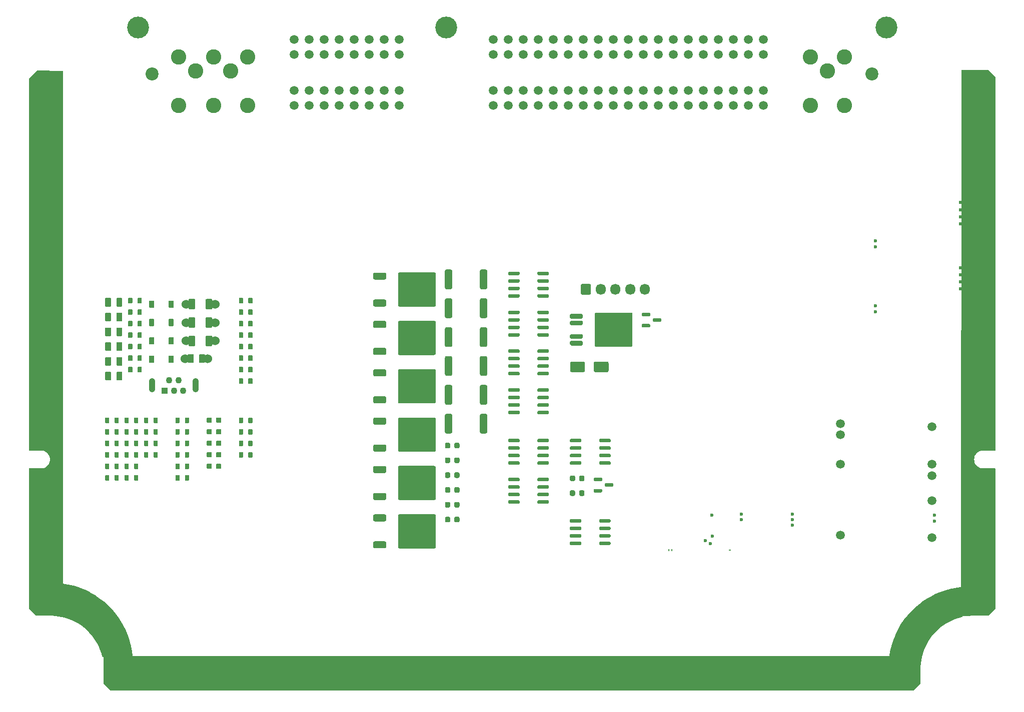
<source format=gts>
G04 #@! TF.GenerationSoftware,KiCad,Pcbnew,8.0.9-8.0.9-0~ubuntu24.04.1*
G04 #@! TF.CreationDate,2025-12-21T15:30:04+00:00*
G04 #@! TF.ProjectId,greenenergyecu,67726565-6e65-46e6-9572-67796563752e,d*
G04 #@! TF.SameCoordinates,PX240c840PY700e860*
G04 #@! TF.FileFunction,Soldermask,Top*
G04 #@! TF.FilePolarity,Negative*
%FSLAX46Y46*%
G04 Gerber Fmt 4.6, Leading zero omitted, Abs format (unit mm)*
G04 Created by KiCad (PCBNEW 8.0.9-8.0.9-0~ubuntu24.04.1) date 2025-12-21 15:30:04*
%MOMM*%
%LPD*%
G01*
G04 APERTURE LIST*
%ADD10C,3.700000*%
%ADD11C,2.200000*%
%ADD12C,2.600000*%
%ADD13C,1.500000*%
%ADD14O,0.499999X0.250000*%
%ADD15O,0.250000X0.499999*%
%ADD16C,0.599999*%
%ADD17C,1.524000*%
%ADD18C,0.600000*%
%ADD19O,1.700000X1.850000*%
%ADD20R,1.100000X1.100000*%
%ADD21C,1.100000*%
%ADD22O,1.100000X2.400000*%
G04 APERTURE END LIST*
D10*
G04 #@! TO.C,P1*
X152852000Y120383000D03*
D11*
X150402000Y112583000D03*
D10*
X78352000Y120383000D03*
D11*
X28602000Y112583000D03*
D10*
X26152000Y120383000D03*
D12*
X145752000Y115383000D03*
X139952000Y115383000D03*
X142852000Y113053000D03*
X145752000Y107253000D03*
X139952000Y107253000D03*
D13*
X86332000Y107253000D03*
X88872000Y107253000D03*
X91412000Y107253000D03*
X93952000Y107253000D03*
X96492000Y107253000D03*
X99032000Y107253000D03*
X101572000Y107253000D03*
X104112000Y107253000D03*
X106652000Y107253000D03*
X109192000Y107253000D03*
X111732000Y107253000D03*
X114272000Y107253000D03*
X116812000Y107253000D03*
X119352000Y107253000D03*
X121892000Y107253000D03*
X124432000Y107253000D03*
X126972000Y107253000D03*
X129512000Y107253000D03*
X132052000Y107253000D03*
X86332000Y109793000D03*
X88872000Y109793000D03*
X91412000Y109793000D03*
X93952000Y109793000D03*
X96492000Y109793000D03*
X99032000Y109793000D03*
X101572000Y109793000D03*
X104112000Y109793000D03*
X106652000Y109793000D03*
X109192000Y109793000D03*
X111732000Y109793000D03*
X114272000Y109793000D03*
X116812000Y109793000D03*
X119352000Y109793000D03*
X121892000Y109793000D03*
X124432000Y109793000D03*
X126972000Y109793000D03*
X129512000Y109793000D03*
X132052000Y109793000D03*
X86332000Y115843000D03*
X88872000Y115843000D03*
X91412000Y115843000D03*
X93952000Y115843000D03*
X96492000Y115843000D03*
X99032000Y115843000D03*
X101572000Y115843000D03*
X104112000Y115843000D03*
X106652000Y115843000D03*
X109192000Y115843000D03*
X111732000Y115843000D03*
X114272000Y115843000D03*
X116812000Y115843000D03*
X119352000Y115843000D03*
X121892000Y115843000D03*
X124432000Y115843000D03*
X126972000Y115843000D03*
X129512000Y115843000D03*
X132052000Y115843000D03*
X86332000Y118383000D03*
X88872000Y118383000D03*
X91412000Y118383000D03*
X93952000Y118383000D03*
X96492000Y118383000D03*
X99032000Y118383000D03*
X101572000Y118383000D03*
X104112000Y118383000D03*
X106652000Y118383000D03*
X109192000Y118383000D03*
X111732000Y118383000D03*
X114272000Y118383000D03*
X116812000Y118383000D03*
X119352000Y118383000D03*
X121892000Y118383000D03*
X124432000Y118383000D03*
X126972000Y118383000D03*
X129512000Y118383000D03*
X132052000Y118383000D03*
X70362000Y118383000D03*
X67822000Y118383000D03*
X65282000Y118383000D03*
X62742000Y118383000D03*
X60202000Y118383000D03*
X57662000Y118383000D03*
X55122000Y118383000D03*
X52582000Y118383000D03*
X70362000Y115843000D03*
X67822000Y115843000D03*
X65282000Y115843000D03*
X62742000Y115843000D03*
X60202000Y115843000D03*
X57662000Y115843000D03*
X55122000Y115843000D03*
X52582000Y115843000D03*
X70362000Y109793000D03*
X67822000Y109793000D03*
X65282000Y109793000D03*
X62742000Y109793000D03*
X60202000Y109793000D03*
X57662000Y109793000D03*
X55122000Y109793000D03*
X52582000Y109793000D03*
X70362000Y107253000D03*
X67822000Y107253000D03*
X65282000Y107253000D03*
X62742000Y107253000D03*
X60202000Y107253000D03*
X57662000Y107253000D03*
X55122000Y107253000D03*
X52582000Y107253000D03*
D12*
X44752000Y115383000D03*
X38952000Y115383000D03*
X33052000Y115383000D03*
X41852000Y113053000D03*
X35952000Y113053000D03*
X44752000Y107253000D03*
X38952000Y107253000D03*
X33052000Y107253000D03*
G04 #@! TD*
G04 #@! TO.C,R43*
G36*
G01*
X23920000Y47610000D02*
X23920000Y48390000D01*
G75*
G02*
X23990000Y48460000I70000J0D01*
G01*
X24550000Y48460000D01*
G75*
G02*
X24620000Y48390000I0J-70000D01*
G01*
X24620000Y47610000D01*
G75*
G02*
X24550000Y47540000I-70000J0D01*
G01*
X23990000Y47540000D01*
G75*
G02*
X23920000Y47610000I0J70000D01*
G01*
G37*
G36*
G01*
X25520000Y47610000D02*
X25520000Y48390000D01*
G75*
G02*
X25590000Y48460000I70000J0D01*
G01*
X26150000Y48460000D01*
G75*
G02*
X26220000Y48390000I0J-70000D01*
G01*
X26220000Y47610000D01*
G75*
G02*
X26150000Y47540000I-70000J0D01*
G01*
X25590000Y47540000D01*
G75*
G02*
X25520000Y47610000I0J70000D01*
G01*
G37*
G04 #@! TD*
G04 #@! TO.C,L2*
G36*
G01*
X99280000Y41258750D02*
X99280000Y41771250D01*
G75*
G02*
X99498750Y41990000I218750J0D01*
G01*
X99936250Y41990000D01*
G75*
G02*
X100155000Y41771250I0J-218750D01*
G01*
X100155000Y41258750D01*
G75*
G02*
X99936250Y41040000I-218750J0D01*
G01*
X99498750Y41040000D01*
G75*
G02*
X99280000Y41258750I0J218750D01*
G01*
G37*
G36*
G01*
X100855000Y41258750D02*
X100855000Y41771250D01*
G75*
G02*
X101073750Y41990000I218750J0D01*
G01*
X101511250Y41990000D01*
G75*
G02*
X101730000Y41771250I0J-218750D01*
G01*
X101730000Y41258750D01*
G75*
G02*
X101511250Y41040000I-218750J0D01*
G01*
X101073750Y41040000D01*
G75*
G02*
X100855000Y41258750I0J218750D01*
G01*
G37*
G04 #@! TD*
D14*
G04 #@! TO.C,M7*
X126349996Y31838329D03*
D15*
X116000002Y31888327D03*
X116500003Y31888327D03*
D16*
X123050000Y32938325D03*
X122174998Y33463325D03*
X123350002Y34213323D03*
X123274999Y37763324D03*
G04 #@! TD*
G04 #@! TO.C,R45*
G36*
G01*
X23920000Y43711908D02*
X23920000Y44491908D01*
G75*
G02*
X23990000Y44561908I70000J0D01*
G01*
X24550000Y44561908D01*
G75*
G02*
X24620000Y44491908I0J-70000D01*
G01*
X24620000Y43711908D01*
G75*
G02*
X24550000Y43641908I-70000J0D01*
G01*
X23990000Y43641908D01*
G75*
G02*
X23920000Y43711908I0J70000D01*
G01*
G37*
G36*
G01*
X25520000Y43711908D02*
X25520000Y44491908D01*
G75*
G02*
X25590000Y44561908I70000J0D01*
G01*
X26150000Y44561908D01*
G75*
G02*
X26220000Y44491908I0J-70000D01*
G01*
X26220000Y43711908D01*
G75*
G02*
X26150000Y43641908I-70000J0D01*
G01*
X25590000Y43641908D01*
G75*
G02*
X25520000Y43711908I0J70000D01*
G01*
G37*
G04 #@! TD*
G04 #@! TO.C,F5*
G36*
G01*
X78140000Y46818750D02*
X78140000Y47331250D01*
G75*
G02*
X78358750Y47550000I218750J0D01*
G01*
X78796250Y47550000D01*
G75*
G02*
X79015000Y47331250I0J-218750D01*
G01*
X79015000Y46818750D01*
G75*
G02*
X78796250Y46600000I-218750J0D01*
G01*
X78358750Y46600000D01*
G75*
G02*
X78140000Y46818750I0J218750D01*
G01*
G37*
G36*
G01*
X79715000Y46818750D02*
X79715000Y47331250D01*
G75*
G02*
X79933750Y47550000I218750J0D01*
G01*
X80371250Y47550000D01*
G75*
G02*
X80590000Y47331250I0J-218750D01*
G01*
X80590000Y46818750D01*
G75*
G02*
X80371250Y46600000I-218750J0D01*
G01*
X79933750Y46600000D01*
G75*
G02*
X79715000Y46818750I0J218750D01*
G01*
G37*
G04 #@! TD*
G04 #@! TO.C,R17*
G36*
G01*
X43250000Y67890000D02*
X43250000Y68670000D01*
G75*
G02*
X43320000Y68740000I70000J0D01*
G01*
X43880000Y68740000D01*
G75*
G02*
X43950000Y68670000I0J-70000D01*
G01*
X43950000Y67890000D01*
G75*
G02*
X43880000Y67820000I-70000J0D01*
G01*
X43320000Y67820000D01*
G75*
G02*
X43250000Y67890000I0J70000D01*
G01*
G37*
G36*
G01*
X44850000Y67890000D02*
X44850000Y68670000D01*
G75*
G02*
X44920000Y68740000I70000J0D01*
G01*
X45480000Y68740000D01*
G75*
G02*
X45550000Y68670000I0J-70000D01*
G01*
X45550000Y67890000D01*
G75*
G02*
X45480000Y67820000I-70000J0D01*
G01*
X44920000Y67820000D01*
G75*
G02*
X44850000Y67890000I0J70000D01*
G01*
G37*
G04 #@! TD*
G04 #@! TO.C,R15*
G36*
G01*
X24520000Y63991908D02*
X24520000Y64771908D01*
G75*
G02*
X24590000Y64841908I70000J0D01*
G01*
X25150000Y64841908D01*
G75*
G02*
X25220000Y64771908I0J-70000D01*
G01*
X25220000Y63991908D01*
G75*
G02*
X25150000Y63921908I-70000J0D01*
G01*
X24590000Y63921908D01*
G75*
G02*
X24520000Y63991908I0J70000D01*
G01*
G37*
G36*
G01*
X26120000Y63991908D02*
X26120000Y64771908D01*
G75*
G02*
X26190000Y64841908I70000J0D01*
G01*
X26750000Y64841908D01*
G75*
G02*
X26820000Y64771908I0J-70000D01*
G01*
X26820000Y63991908D01*
G75*
G02*
X26750000Y63921908I-70000J0D01*
G01*
X26190000Y63921908D01*
G75*
G02*
X26120000Y63991908I0J70000D01*
G01*
G37*
G04 #@! TD*
D17*
G04 #@! TO.C,F2*
X34290000Y70423733D03*
G36*
G01*
X35634990Y69523733D02*
X34944990Y69523733D01*
G75*
G02*
X34714990Y69753733I0J230000D01*
G01*
X34714990Y71093733D01*
G75*
G02*
X34944990Y71323733I230000J0D01*
G01*
X35634990Y71323733D01*
G75*
G02*
X35864990Y71093733I0J-230000D01*
G01*
X35864990Y69753733D01*
G75*
G02*
X35634990Y69523733I-230000J0D01*
G01*
G37*
G36*
G01*
X38535010Y69523733D02*
X37845010Y69523733D01*
G75*
G02*
X37615010Y69753733I0J230000D01*
G01*
X37615010Y71093733D01*
G75*
G02*
X37845010Y71323733I230000J0D01*
G01*
X38535010Y71323733D01*
G75*
G02*
X38765010Y71093733I0J-230000D01*
G01*
X38765010Y69753733D01*
G75*
G02*
X38535010Y69523733I-230000J0D01*
G01*
G37*
X39190000Y70423733D03*
G04 #@! TD*
G04 #@! TO.C,Q4*
G36*
G01*
X65985000Y53355000D02*
X65985000Y54055000D01*
G75*
G02*
X66235000Y54305000I250000J0D01*
G01*
X67935000Y54305000D01*
G75*
G02*
X68185000Y54055000I0J-250000D01*
G01*
X68185000Y53355000D01*
G75*
G02*
X67935000Y53105000I-250000J0D01*
G01*
X66235000Y53105000D01*
G75*
G02*
X65985000Y53355000I0J250000D01*
G01*
G37*
G36*
G01*
X70185000Y48774997D02*
X70185000Y54075003D01*
G75*
G02*
X70434997Y54325000I249997J0D01*
G01*
X76335003Y54325000D01*
G75*
G02*
X76585000Y54075003I0J-249997D01*
G01*
X76585000Y48774997D01*
G75*
G02*
X76335003Y48525000I-249997J0D01*
G01*
X70434997Y48525000D01*
G75*
G02*
X70185000Y48774997I0J249997D01*
G01*
G37*
G36*
G01*
X65985000Y48795000D02*
X65985000Y49495000D01*
G75*
G02*
X66235000Y49745000I250000J0D01*
G01*
X67935000Y49745000D01*
G75*
G02*
X68185000Y49495000I0J-250000D01*
G01*
X68185000Y48795000D01*
G75*
G02*
X67935000Y48545000I-250000J0D01*
G01*
X66235000Y48545000D01*
G75*
G02*
X65985000Y48795000I0J250000D01*
G01*
G37*
G04 #@! TD*
G04 #@! TO.C,R40*
G36*
G01*
X23920000Y53457138D02*
X23920000Y54237138D01*
G75*
G02*
X23990000Y54307138I70000J0D01*
G01*
X24550000Y54307138D01*
G75*
G02*
X24620000Y54237138I0J-70000D01*
G01*
X24620000Y53457138D01*
G75*
G02*
X24550000Y53387138I-70000J0D01*
G01*
X23990000Y53387138D01*
G75*
G02*
X23920000Y53457138I0J70000D01*
G01*
G37*
G36*
G01*
X25520000Y53457138D02*
X25520000Y54237138D01*
G75*
G02*
X25590000Y54307138I70000J0D01*
G01*
X26150000Y54307138D01*
G75*
G02*
X26220000Y54237138I0J-70000D01*
G01*
X26220000Y53457138D01*
G75*
G02*
X26150000Y53387138I-70000J0D01*
G01*
X25590000Y53387138D01*
G75*
G02*
X25520000Y53457138I0J70000D01*
G01*
G37*
G04 #@! TD*
G04 #@! TO.C,R11*
G36*
G01*
X20620000Y63217020D02*
X20620000Y64467020D01*
G75*
G02*
X20720000Y64567020I100000J0D01*
G01*
X21520000Y64567020D01*
G75*
G02*
X21620000Y64467020I0J-100000D01*
G01*
X21620000Y63217020D01*
G75*
G02*
X21520000Y63117020I-100000J0D01*
G01*
X20720000Y63117020D01*
G75*
G02*
X20620000Y63217020I0J100000D01*
G01*
G37*
G36*
G01*
X22520022Y63217020D02*
X22520022Y64467020D01*
G75*
G02*
X22620022Y64567020I100000J0D01*
G01*
X23420022Y64567020D01*
G75*
G02*
X23520022Y64467020I0J-100000D01*
G01*
X23520022Y63217020D01*
G75*
G02*
X23420022Y63117020I-100000J0D01*
G01*
X22620022Y63117020D01*
G75*
G02*
X22520022Y63217020I0J100000D01*
G01*
G37*
G04 #@! TD*
G04 #@! TO.C,L1*
G36*
G01*
X99280000Y43768750D02*
X99280000Y44281250D01*
G75*
G02*
X99498750Y44500000I218750J0D01*
G01*
X99936250Y44500000D01*
G75*
G02*
X100155000Y44281250I0J-218750D01*
G01*
X100155000Y43768750D01*
G75*
G02*
X99936250Y43550000I-218750J0D01*
G01*
X99498750Y43550000D01*
G75*
G02*
X99280000Y43768750I0J218750D01*
G01*
G37*
G36*
G01*
X100855000Y43768750D02*
X100855000Y44281250D01*
G75*
G02*
X101073750Y44500000I218750J0D01*
G01*
X101511250Y44500000D01*
G75*
G02*
X101730000Y44281250I0J-218750D01*
G01*
X101730000Y43768750D01*
G75*
G02*
X101511250Y43550000I-218750J0D01*
G01*
X101073750Y43550000D01*
G75*
G02*
X100855000Y43768750I0J218750D01*
G01*
G37*
G04 #@! TD*
G04 #@! TO.C,F1*
X34290000Y73543733D03*
G36*
G01*
X35634990Y72643733D02*
X34944990Y72643733D01*
G75*
G02*
X34714990Y72873733I0J230000D01*
G01*
X34714990Y74213733D01*
G75*
G02*
X34944990Y74443733I230000J0D01*
G01*
X35634990Y74443733D01*
G75*
G02*
X35864990Y74213733I0J-230000D01*
G01*
X35864990Y72873733D01*
G75*
G02*
X35634990Y72643733I-230000J0D01*
G01*
G37*
G36*
G01*
X38535010Y72643733D02*
X37845010Y72643733D01*
G75*
G02*
X37615010Y72873733I0J230000D01*
G01*
X37615010Y74213733D01*
G75*
G02*
X37845010Y74443733I230000J0D01*
G01*
X38535010Y74443733D01*
G75*
G02*
X38765010Y74213733I0J-230000D01*
G01*
X38765010Y72873733D01*
G75*
G02*
X38535010Y72643733I-230000J0D01*
G01*
G37*
X39190000Y73543733D03*
G04 #@! TD*
G04 #@! TO.C,R42*
G36*
G01*
X23920000Y49559046D02*
X23920000Y50339046D01*
G75*
G02*
X23990000Y50409046I70000J0D01*
G01*
X24550000Y50409046D01*
G75*
G02*
X24620000Y50339046I0J-70000D01*
G01*
X24620000Y49559046D01*
G75*
G02*
X24550000Y49489046I-70000J0D01*
G01*
X23990000Y49489046D01*
G75*
G02*
X23920000Y49559046I0J70000D01*
G01*
G37*
G36*
G01*
X25520000Y49559046D02*
X25520000Y50339046D01*
G75*
G02*
X25590000Y50409046I70000J0D01*
G01*
X26150000Y50409046D01*
G75*
G02*
X26220000Y50339046I0J-70000D01*
G01*
X26220000Y49559046D01*
G75*
G02*
X26150000Y49489046I-70000J0D01*
G01*
X25590000Y49489046D01*
G75*
G02*
X25520000Y49559046I0J70000D01*
G01*
G37*
G04 #@! TD*
G04 #@! TO.C,Q1*
G36*
G01*
X65985000Y77940000D02*
X65985000Y78640000D01*
G75*
G02*
X66235000Y78890000I250000J0D01*
G01*
X67935000Y78890000D01*
G75*
G02*
X68185000Y78640000I0J-250000D01*
G01*
X68185000Y77940000D01*
G75*
G02*
X67935000Y77690000I-250000J0D01*
G01*
X66235000Y77690000D01*
G75*
G02*
X65985000Y77940000I0J250000D01*
G01*
G37*
G36*
G01*
X70185000Y73359997D02*
X70185000Y78660003D01*
G75*
G02*
X70434997Y78910000I249997J0D01*
G01*
X76335003Y78910000D01*
G75*
G02*
X76585000Y78660003I0J-249997D01*
G01*
X76585000Y73359997D01*
G75*
G02*
X76335003Y73110000I-249997J0D01*
G01*
X70434997Y73110000D01*
G75*
G02*
X70185000Y73359997I0J249997D01*
G01*
G37*
G36*
G01*
X65985000Y73380000D02*
X65985000Y74080000D01*
G75*
G02*
X66235000Y74330000I250000J0D01*
G01*
X67935000Y74330000D01*
G75*
G02*
X68185000Y74080000I0J-250000D01*
G01*
X68185000Y73380000D01*
G75*
G02*
X67935000Y73130000I-250000J0D01*
G01*
X66235000Y73130000D01*
G75*
G02*
X65985000Y73380000I0J250000D01*
G01*
G37*
G04 #@! TD*
G04 #@! TO.C,U2*
G36*
G01*
X88825000Y43680000D02*
X88825000Y43980000D01*
G75*
G02*
X88975000Y44130000I150000J0D01*
G01*
X90625000Y44130000D01*
G75*
G02*
X90775000Y43980000I0J-150000D01*
G01*
X90775000Y43680000D01*
G75*
G02*
X90625000Y43530000I-150000J0D01*
G01*
X88975000Y43530000D01*
G75*
G02*
X88825000Y43680000I0J150000D01*
G01*
G37*
G36*
G01*
X88825000Y42410000D02*
X88825000Y42710000D01*
G75*
G02*
X88975000Y42860000I150000J0D01*
G01*
X90625000Y42860000D01*
G75*
G02*
X90775000Y42710000I0J-150000D01*
G01*
X90775000Y42410000D01*
G75*
G02*
X90625000Y42260000I-150000J0D01*
G01*
X88975000Y42260000D01*
G75*
G02*
X88825000Y42410000I0J150000D01*
G01*
G37*
G36*
G01*
X88825000Y41140000D02*
X88825000Y41440000D01*
G75*
G02*
X88975000Y41590000I150000J0D01*
G01*
X90625000Y41590000D01*
G75*
G02*
X90775000Y41440000I0J-150000D01*
G01*
X90775000Y41140000D01*
G75*
G02*
X90625000Y40990000I-150000J0D01*
G01*
X88975000Y40990000D01*
G75*
G02*
X88825000Y41140000I0J150000D01*
G01*
G37*
G36*
G01*
X88825000Y39870000D02*
X88825000Y40170000D01*
G75*
G02*
X88975000Y40320000I150000J0D01*
G01*
X90625000Y40320000D01*
G75*
G02*
X90775000Y40170000I0J-150000D01*
G01*
X90775000Y39870000D01*
G75*
G02*
X90625000Y39720000I-150000J0D01*
G01*
X88975000Y39720000D01*
G75*
G02*
X88825000Y39870000I0J150000D01*
G01*
G37*
G36*
G01*
X93775000Y39870000D02*
X93775000Y40170000D01*
G75*
G02*
X93925000Y40320000I150000J0D01*
G01*
X95575000Y40320000D01*
G75*
G02*
X95725000Y40170000I0J-150000D01*
G01*
X95725000Y39870000D01*
G75*
G02*
X95575000Y39720000I-150000J0D01*
G01*
X93925000Y39720000D01*
G75*
G02*
X93775000Y39870000I0J150000D01*
G01*
G37*
G36*
G01*
X93775000Y41140000D02*
X93775000Y41440000D01*
G75*
G02*
X93925000Y41590000I150000J0D01*
G01*
X95575000Y41590000D01*
G75*
G02*
X95725000Y41440000I0J-150000D01*
G01*
X95725000Y41140000D01*
G75*
G02*
X95575000Y40990000I-150000J0D01*
G01*
X93925000Y40990000D01*
G75*
G02*
X93775000Y41140000I0J150000D01*
G01*
G37*
G36*
G01*
X93775000Y42410000D02*
X93775000Y42710000D01*
G75*
G02*
X93925000Y42860000I150000J0D01*
G01*
X95575000Y42860000D01*
G75*
G02*
X95725000Y42710000I0J-150000D01*
G01*
X95725000Y42410000D01*
G75*
G02*
X95575000Y42260000I-150000J0D01*
G01*
X93925000Y42260000D01*
G75*
G02*
X93775000Y42410000I0J150000D01*
G01*
G37*
G36*
G01*
X93775000Y43680000D02*
X93775000Y43980000D01*
G75*
G02*
X93925000Y44130000I150000J0D01*
G01*
X95575000Y44130000D01*
G75*
G02*
X95725000Y43980000I0J-150000D01*
G01*
X95725000Y43680000D01*
G75*
G02*
X95575000Y43530000I-150000J0D01*
G01*
X93925000Y43530000D01*
G75*
G02*
X93775000Y43680000I0J150000D01*
G01*
G37*
G04 #@! TD*
D18*
G04 #@! TO.C,M3*
X165400003Y88350000D03*
X165400003Y87150000D03*
X165400003Y89550000D03*
X165400003Y90750000D03*
X150975003Y84290000D03*
X150975003Y83290000D03*
G04 #@! TD*
G04 #@! TO.C,R52*
G36*
G01*
X43250000Y49559046D02*
X43250000Y50339046D01*
G75*
G02*
X43320000Y50409046I70000J0D01*
G01*
X43880000Y50409046D01*
G75*
G02*
X43950000Y50339046I0J-70000D01*
G01*
X43950000Y49559046D01*
G75*
G02*
X43880000Y49489046I-70000J0D01*
G01*
X43320000Y49489046D01*
G75*
G02*
X43250000Y49559046I0J70000D01*
G01*
G37*
G36*
G01*
X44850000Y49559046D02*
X44850000Y50339046D01*
G75*
G02*
X44920000Y50409046I70000J0D01*
G01*
X45480000Y50409046D01*
G75*
G02*
X45550000Y50339046I0J-70000D01*
G01*
X45550000Y49559046D01*
G75*
G02*
X45480000Y49489046I-70000J0D01*
G01*
X44920000Y49489046D01*
G75*
G02*
X44850000Y49559046I0J70000D01*
G01*
G37*
G04 #@! TD*
G04 #@! TO.C,Q7*
G36*
G01*
X111420000Y71630000D02*
X111420000Y71930000D01*
G75*
G02*
X111570000Y72080000I150000J0D01*
G01*
X112745000Y72080000D01*
G75*
G02*
X112895000Y71930000I0J-150000D01*
G01*
X112895000Y71630000D01*
G75*
G02*
X112745000Y71480000I-150000J0D01*
G01*
X111570000Y71480000D01*
G75*
G02*
X111420000Y71630000I0J150000D01*
G01*
G37*
G36*
G01*
X111420000Y69730000D02*
X111420000Y70030000D01*
G75*
G02*
X111570000Y70180000I150000J0D01*
G01*
X112745000Y70180000D01*
G75*
G02*
X112895000Y70030000I0J-150000D01*
G01*
X112895000Y69730000D01*
G75*
G02*
X112745000Y69580000I-150000J0D01*
G01*
X111570000Y69580000D01*
G75*
G02*
X111420000Y69730000I0J150000D01*
G01*
G37*
G36*
G01*
X113295000Y70680000D02*
X113295000Y70980000D01*
G75*
G02*
X113445000Y71130000I150000J0D01*
G01*
X114620000Y71130000D01*
G75*
G02*
X114770000Y70980000I0J-150000D01*
G01*
X114770000Y70680000D01*
G75*
G02*
X114620000Y70530000I-150000J0D01*
G01*
X113445000Y70530000D01*
G75*
G02*
X113295000Y70680000I0J150000D01*
G01*
G37*
G04 #@! TD*
G04 #@! TO.C,R8*
G36*
G01*
X20620000Y70725804D02*
X20620000Y71975804D01*
G75*
G02*
X20720000Y72075804I100000J0D01*
G01*
X21520000Y72075804D01*
G75*
G02*
X21620000Y71975804I0J-100000D01*
G01*
X21620000Y70725804D01*
G75*
G02*
X21520000Y70625804I-100000J0D01*
G01*
X20720000Y70625804D01*
G75*
G02*
X20620000Y70725804I0J100000D01*
G01*
G37*
G36*
G01*
X22520022Y70725804D02*
X22520022Y71975804D01*
G75*
G02*
X22620022Y72075804I100000J0D01*
G01*
X23420022Y72075804D01*
G75*
G02*
X23520022Y71975804I0J-100000D01*
G01*
X23520022Y70725804D01*
G75*
G02*
X23420022Y70625804I-100000J0D01*
G01*
X22620022Y70625804D01*
G75*
G02*
X22520022Y70725804I0J100000D01*
G01*
G37*
G04 #@! TD*
G04 #@! TO.C,J21*
G36*
G01*
X101125000Y75380000D02*
X101125000Y76730000D01*
G75*
G02*
X101375000Y76980000I250000J0D01*
G01*
X102575000Y76980000D01*
G75*
G02*
X102825000Y76730000I0J-250000D01*
G01*
X102825000Y75380000D01*
G75*
G02*
X102575000Y75130000I-250000J0D01*
G01*
X101375000Y75130000D01*
G75*
G02*
X101125000Y75380000I0J250000D01*
G01*
G37*
D19*
X104475000Y76055000D03*
X106975000Y76055000D03*
X109475000Y76055000D03*
X111975000Y76055000D03*
G04 #@! TD*
G04 #@! TO.C,R2*
G36*
G01*
X24520000Y71788092D02*
X24520000Y72568092D01*
G75*
G02*
X24590000Y72638092I70000J0D01*
G01*
X25150000Y72638092D01*
G75*
G02*
X25220000Y72568092I0J-70000D01*
G01*
X25220000Y71788092D01*
G75*
G02*
X25150000Y71718092I-70000J0D01*
G01*
X24590000Y71718092D01*
G75*
G02*
X24520000Y71788092I0J70000D01*
G01*
G37*
G36*
G01*
X26120000Y71788092D02*
X26120000Y72568092D01*
G75*
G02*
X26190000Y72638092I70000J0D01*
G01*
X26750000Y72638092D01*
G75*
G02*
X26820000Y72568092I0J-70000D01*
G01*
X26820000Y71788092D01*
G75*
G02*
X26750000Y71718092I-70000J0D01*
G01*
X26190000Y71718092D01*
G75*
G02*
X26120000Y71788092I0J70000D01*
G01*
G37*
G04 #@! TD*
G04 #@! TO.C,U3*
G36*
G01*
X88825000Y78580000D02*
X88825000Y78880000D01*
G75*
G02*
X88975000Y79030000I150000J0D01*
G01*
X90625000Y79030000D01*
G75*
G02*
X90775000Y78880000I0J-150000D01*
G01*
X90775000Y78580000D01*
G75*
G02*
X90625000Y78430000I-150000J0D01*
G01*
X88975000Y78430000D01*
G75*
G02*
X88825000Y78580000I0J150000D01*
G01*
G37*
G36*
G01*
X88825000Y77310000D02*
X88825000Y77610000D01*
G75*
G02*
X88975000Y77760000I150000J0D01*
G01*
X90625000Y77760000D01*
G75*
G02*
X90775000Y77610000I0J-150000D01*
G01*
X90775000Y77310000D01*
G75*
G02*
X90625000Y77160000I-150000J0D01*
G01*
X88975000Y77160000D01*
G75*
G02*
X88825000Y77310000I0J150000D01*
G01*
G37*
G36*
G01*
X88825000Y76040000D02*
X88825000Y76340000D01*
G75*
G02*
X88975000Y76490000I150000J0D01*
G01*
X90625000Y76490000D01*
G75*
G02*
X90775000Y76340000I0J-150000D01*
G01*
X90775000Y76040000D01*
G75*
G02*
X90625000Y75890000I-150000J0D01*
G01*
X88975000Y75890000D01*
G75*
G02*
X88825000Y76040000I0J150000D01*
G01*
G37*
G36*
G01*
X88825000Y74770000D02*
X88825000Y75070000D01*
G75*
G02*
X88975000Y75220000I150000J0D01*
G01*
X90625000Y75220000D01*
G75*
G02*
X90775000Y75070000I0J-150000D01*
G01*
X90775000Y74770000D01*
G75*
G02*
X90625000Y74620000I-150000J0D01*
G01*
X88975000Y74620000D01*
G75*
G02*
X88825000Y74770000I0J150000D01*
G01*
G37*
G36*
G01*
X93775000Y74770000D02*
X93775000Y75070000D01*
G75*
G02*
X93925000Y75220000I150000J0D01*
G01*
X95575000Y75220000D01*
G75*
G02*
X95725000Y75070000I0J-150000D01*
G01*
X95725000Y74770000D01*
G75*
G02*
X95575000Y74620000I-150000J0D01*
G01*
X93925000Y74620000D01*
G75*
G02*
X93775000Y74770000I0J150000D01*
G01*
G37*
G36*
G01*
X93775000Y76040000D02*
X93775000Y76340000D01*
G75*
G02*
X93925000Y76490000I150000J0D01*
G01*
X95575000Y76490000D01*
G75*
G02*
X95725000Y76340000I0J-150000D01*
G01*
X95725000Y76040000D01*
G75*
G02*
X95575000Y75890000I-150000J0D01*
G01*
X93925000Y75890000D01*
G75*
G02*
X93775000Y76040000I0J150000D01*
G01*
G37*
G36*
G01*
X93775000Y77310000D02*
X93775000Y77610000D01*
G75*
G02*
X93925000Y77760000I150000J0D01*
G01*
X95575000Y77760000D01*
G75*
G02*
X95725000Y77610000I0J-150000D01*
G01*
X95725000Y77310000D01*
G75*
G02*
X95575000Y77160000I-150000J0D01*
G01*
X93925000Y77160000D01*
G75*
G02*
X93775000Y77310000I0J150000D01*
G01*
G37*
G36*
G01*
X93775000Y78580000D02*
X93775000Y78880000D01*
G75*
G02*
X93925000Y79030000I150000J0D01*
G01*
X95575000Y79030000D01*
G75*
G02*
X95725000Y78880000I0J-150000D01*
G01*
X95725000Y78580000D01*
G75*
G02*
X95575000Y78430000I-150000J0D01*
G01*
X93925000Y78430000D01*
G75*
G02*
X93775000Y78580000I0J150000D01*
G01*
G37*
G04 #@! TD*
G04 #@! TO.C,U7*
G36*
G01*
X99275000Y36660000D02*
X99275000Y36960000D01*
G75*
G02*
X99425000Y37110000I150000J0D01*
G01*
X101075000Y37110000D01*
G75*
G02*
X101225000Y36960000I0J-150000D01*
G01*
X101225000Y36660000D01*
G75*
G02*
X101075000Y36510000I-150000J0D01*
G01*
X99425000Y36510000D01*
G75*
G02*
X99275000Y36660000I0J150000D01*
G01*
G37*
G36*
G01*
X99275000Y35390000D02*
X99275000Y35690000D01*
G75*
G02*
X99425000Y35840000I150000J0D01*
G01*
X101075000Y35840000D01*
G75*
G02*
X101225000Y35690000I0J-150000D01*
G01*
X101225000Y35390000D01*
G75*
G02*
X101075000Y35240000I-150000J0D01*
G01*
X99425000Y35240000D01*
G75*
G02*
X99275000Y35390000I0J150000D01*
G01*
G37*
G36*
G01*
X99275000Y34120000D02*
X99275000Y34420000D01*
G75*
G02*
X99425000Y34570000I150000J0D01*
G01*
X101075000Y34570000D01*
G75*
G02*
X101225000Y34420000I0J-150000D01*
G01*
X101225000Y34120000D01*
G75*
G02*
X101075000Y33970000I-150000J0D01*
G01*
X99425000Y33970000D01*
G75*
G02*
X99275000Y34120000I0J150000D01*
G01*
G37*
G36*
G01*
X99275000Y32850000D02*
X99275000Y33150000D01*
G75*
G02*
X99425000Y33300000I150000J0D01*
G01*
X101075000Y33300000D01*
G75*
G02*
X101225000Y33150000I0J-150000D01*
G01*
X101225000Y32850000D01*
G75*
G02*
X101075000Y32700000I-150000J0D01*
G01*
X99425000Y32700000D01*
G75*
G02*
X99275000Y32850000I0J150000D01*
G01*
G37*
G36*
G01*
X104225000Y32850000D02*
X104225000Y33150000D01*
G75*
G02*
X104375000Y33300000I150000J0D01*
G01*
X106025000Y33300000D01*
G75*
G02*
X106175000Y33150000I0J-150000D01*
G01*
X106175000Y32850000D01*
G75*
G02*
X106025000Y32700000I-150000J0D01*
G01*
X104375000Y32700000D01*
G75*
G02*
X104225000Y32850000I0J150000D01*
G01*
G37*
G36*
G01*
X104225000Y34120000D02*
X104225000Y34420000D01*
G75*
G02*
X104375000Y34570000I150000J0D01*
G01*
X106025000Y34570000D01*
G75*
G02*
X106175000Y34420000I0J-150000D01*
G01*
X106175000Y34120000D01*
G75*
G02*
X106025000Y33970000I-150000J0D01*
G01*
X104375000Y33970000D01*
G75*
G02*
X104225000Y34120000I0J150000D01*
G01*
G37*
G36*
G01*
X104225000Y35390000D02*
X104225000Y35690000D01*
G75*
G02*
X104375000Y35840000I150000J0D01*
G01*
X106025000Y35840000D01*
G75*
G02*
X106175000Y35690000I0J-150000D01*
G01*
X106175000Y35390000D01*
G75*
G02*
X106025000Y35240000I-150000J0D01*
G01*
X104375000Y35240000D01*
G75*
G02*
X104225000Y35390000I0J150000D01*
G01*
G37*
G36*
G01*
X104225000Y36660000D02*
X104225000Y36960000D01*
G75*
G02*
X104375000Y37110000I150000J0D01*
G01*
X106025000Y37110000D01*
G75*
G02*
X106175000Y36960000I0J-150000D01*
G01*
X106175000Y36660000D01*
G75*
G02*
X106025000Y36510000I-150000J0D01*
G01*
X104375000Y36510000D01*
G75*
G02*
X104225000Y36660000I0J150000D01*
G01*
G37*
G04 #@! TD*
G04 #@! TO.C,D4*
G36*
G01*
X28030000Y63673733D02*
X28030000Y64693733D01*
G75*
G02*
X28120000Y64783733I90000J0D01*
G01*
X28840000Y64783733D01*
G75*
G02*
X28930000Y64693733I0J-90000D01*
G01*
X28930000Y63673733D01*
G75*
G02*
X28840000Y63583733I-90000J0D01*
G01*
X28120000Y63583733D01*
G75*
G02*
X28030000Y63673733I0J90000D01*
G01*
G37*
G36*
G01*
X31330000Y63673733D02*
X31330000Y64693733D01*
G75*
G02*
X31420000Y64783733I90000J0D01*
G01*
X32140000Y64783733D01*
G75*
G02*
X32230000Y64693733I0J-90000D01*
G01*
X32230000Y63673733D01*
G75*
G02*
X32140000Y63583733I-90000J0D01*
G01*
X31420000Y63583733D01*
G75*
G02*
X31330000Y63673733I0J90000D01*
G01*
G37*
G04 #@! TD*
G04 #@! TO.C,U4*
G36*
G01*
X88825000Y72000000D02*
X88825000Y72300000D01*
G75*
G02*
X88975000Y72450000I150000J0D01*
G01*
X90625000Y72450000D01*
G75*
G02*
X90775000Y72300000I0J-150000D01*
G01*
X90775000Y72000000D01*
G75*
G02*
X90625000Y71850000I-150000J0D01*
G01*
X88975000Y71850000D01*
G75*
G02*
X88825000Y72000000I0J150000D01*
G01*
G37*
G36*
G01*
X88825000Y70730000D02*
X88825000Y71030000D01*
G75*
G02*
X88975000Y71180000I150000J0D01*
G01*
X90625000Y71180000D01*
G75*
G02*
X90775000Y71030000I0J-150000D01*
G01*
X90775000Y70730000D01*
G75*
G02*
X90625000Y70580000I-150000J0D01*
G01*
X88975000Y70580000D01*
G75*
G02*
X88825000Y70730000I0J150000D01*
G01*
G37*
G36*
G01*
X88825000Y69460000D02*
X88825000Y69760000D01*
G75*
G02*
X88975000Y69910000I150000J0D01*
G01*
X90625000Y69910000D01*
G75*
G02*
X90775000Y69760000I0J-150000D01*
G01*
X90775000Y69460000D01*
G75*
G02*
X90625000Y69310000I-150000J0D01*
G01*
X88975000Y69310000D01*
G75*
G02*
X88825000Y69460000I0J150000D01*
G01*
G37*
G36*
G01*
X88825000Y68190000D02*
X88825000Y68490000D01*
G75*
G02*
X88975000Y68640000I150000J0D01*
G01*
X90625000Y68640000D01*
G75*
G02*
X90775000Y68490000I0J-150000D01*
G01*
X90775000Y68190000D01*
G75*
G02*
X90625000Y68040000I-150000J0D01*
G01*
X88975000Y68040000D01*
G75*
G02*
X88825000Y68190000I0J150000D01*
G01*
G37*
G36*
G01*
X93775000Y68190000D02*
X93775000Y68490000D01*
G75*
G02*
X93925000Y68640000I150000J0D01*
G01*
X95575000Y68640000D01*
G75*
G02*
X95725000Y68490000I0J-150000D01*
G01*
X95725000Y68190000D01*
G75*
G02*
X95575000Y68040000I-150000J0D01*
G01*
X93925000Y68040000D01*
G75*
G02*
X93775000Y68190000I0J150000D01*
G01*
G37*
G36*
G01*
X93775000Y69460000D02*
X93775000Y69760000D01*
G75*
G02*
X93925000Y69910000I150000J0D01*
G01*
X95575000Y69910000D01*
G75*
G02*
X95725000Y69760000I0J-150000D01*
G01*
X95725000Y69460000D01*
G75*
G02*
X95575000Y69310000I-150000J0D01*
G01*
X93925000Y69310000D01*
G75*
G02*
X93775000Y69460000I0J150000D01*
G01*
G37*
G36*
G01*
X93775000Y70730000D02*
X93775000Y71030000D01*
G75*
G02*
X93925000Y71180000I150000J0D01*
G01*
X95575000Y71180000D01*
G75*
G02*
X95725000Y71030000I0J-150000D01*
G01*
X95725000Y70730000D01*
G75*
G02*
X95575000Y70580000I-150000J0D01*
G01*
X93925000Y70580000D01*
G75*
G02*
X93775000Y70730000I0J150000D01*
G01*
G37*
G36*
G01*
X93775000Y72000000D02*
X93775000Y72300000D01*
G75*
G02*
X93925000Y72450000I150000J0D01*
G01*
X95575000Y72450000D01*
G75*
G02*
X95725000Y72300000I0J-150000D01*
G01*
X95725000Y72000000D01*
G75*
G02*
X95575000Y71850000I-150000J0D01*
G01*
X93925000Y71850000D01*
G75*
G02*
X93775000Y72000000I0J150000D01*
G01*
G37*
G04 #@! TD*
G04 #@! TO.C,R19*
G36*
G01*
X43250000Y63991908D02*
X43250000Y64771908D01*
G75*
G02*
X43320000Y64841908I70000J0D01*
G01*
X43880000Y64841908D01*
G75*
G02*
X43950000Y64771908I0J-70000D01*
G01*
X43950000Y63991908D01*
G75*
G02*
X43880000Y63921908I-70000J0D01*
G01*
X43320000Y63921908D01*
G75*
G02*
X43250000Y63991908I0J70000D01*
G01*
G37*
G36*
G01*
X44850000Y63991908D02*
X44850000Y64771908D01*
G75*
G02*
X44920000Y64841908I70000J0D01*
G01*
X45480000Y64841908D01*
G75*
G02*
X45550000Y64771908I0J-70000D01*
G01*
X45550000Y63991908D01*
G75*
G02*
X45480000Y63921908I-70000J0D01*
G01*
X44920000Y63921908D01*
G75*
G02*
X44850000Y63991908I0J70000D01*
G01*
G37*
G04 #@! TD*
G04 #@! TO.C,R21*
G36*
G01*
X43250000Y60093816D02*
X43250000Y60873816D01*
G75*
G02*
X43320000Y60943816I70000J0D01*
G01*
X43880000Y60943816D01*
G75*
G02*
X43950000Y60873816I0J-70000D01*
G01*
X43950000Y60093816D01*
G75*
G02*
X43880000Y60023816I-70000J0D01*
G01*
X43320000Y60023816D01*
G75*
G02*
X43250000Y60093816I0J70000D01*
G01*
G37*
G36*
G01*
X44850000Y60093816D02*
X44850000Y60873816D01*
G75*
G02*
X44920000Y60943816I70000J0D01*
G01*
X45480000Y60943816D01*
G75*
G02*
X45550000Y60873816I0J-70000D01*
G01*
X45550000Y60093816D01*
G75*
G02*
X45480000Y60023816I-70000J0D01*
G01*
X44920000Y60023816D01*
G75*
G02*
X44850000Y60093816I0J70000D01*
G01*
G37*
G04 #@! TD*
G04 #@! TO.C,R41*
G36*
G01*
X23920000Y51508092D02*
X23920000Y52288092D01*
G75*
G02*
X23990000Y52358092I70000J0D01*
G01*
X24550000Y52358092D01*
G75*
G02*
X24620000Y52288092I0J-70000D01*
G01*
X24620000Y51508092D01*
G75*
G02*
X24550000Y51438092I-70000J0D01*
G01*
X23990000Y51438092D01*
G75*
G02*
X23920000Y51508092I0J70000D01*
G01*
G37*
G36*
G01*
X25520000Y51508092D02*
X25520000Y52288092D01*
G75*
G02*
X25590000Y52358092I70000J0D01*
G01*
X26150000Y52358092D01*
G75*
G02*
X26220000Y52288092I0J-70000D01*
G01*
X26220000Y51508092D01*
G75*
G02*
X26150000Y51438092I-70000J0D01*
G01*
X25590000Y51438092D01*
G75*
G02*
X25520000Y51508092I0J70000D01*
G01*
G37*
G04 #@! TD*
G04 #@! TO.C,R32*
G36*
G01*
X78130000Y56750000D02*
X78130000Y59600000D01*
G75*
G02*
X78380000Y59850000I250000J0D01*
G01*
X79105000Y59850000D01*
G75*
G02*
X79355000Y59600000I0J-250000D01*
G01*
X79355000Y56750000D01*
G75*
G02*
X79105000Y56500000I-250000J0D01*
G01*
X78380000Y56500000D01*
G75*
G02*
X78130000Y56750000I0J250000D01*
G01*
G37*
G36*
G01*
X84055000Y56750000D02*
X84055000Y59600000D01*
G75*
G02*
X84305000Y59850000I250000J0D01*
G01*
X85030000Y59850000D01*
G75*
G02*
X85280000Y59600000I0J-250000D01*
G01*
X85280000Y56750000D01*
G75*
G02*
X85030000Y56500000I-250000J0D01*
G01*
X84305000Y56500000D01*
G75*
G02*
X84055000Y56750000I0J250000D01*
G01*
G37*
G04 #@! TD*
G04 #@! TO.C,R13*
G36*
G01*
X43250000Y73737138D02*
X43250000Y74517138D01*
G75*
G02*
X43320000Y74587138I70000J0D01*
G01*
X43880000Y74587138D01*
G75*
G02*
X43950000Y74517138I0J-70000D01*
G01*
X43950000Y73737138D01*
G75*
G02*
X43880000Y73667138I-70000J0D01*
G01*
X43320000Y73667138D01*
G75*
G02*
X43250000Y73737138I0J70000D01*
G01*
G37*
G36*
G01*
X44850000Y73737138D02*
X44850000Y74517138D01*
G75*
G02*
X44920000Y74587138I70000J0D01*
G01*
X45480000Y74587138D01*
G75*
G02*
X45550000Y74517138I0J-70000D01*
G01*
X45550000Y73737138D01*
G75*
G02*
X45480000Y73667138I-70000J0D01*
G01*
X44920000Y73667138D01*
G75*
G02*
X44850000Y73737138I0J70000D01*
G01*
G37*
G04 #@! TD*
G04 #@! TO.C,R18*
G36*
G01*
X43250000Y65940954D02*
X43250000Y66720954D01*
G75*
G02*
X43320000Y66790954I70000J0D01*
G01*
X43880000Y66790954D01*
G75*
G02*
X43950000Y66720954I0J-70000D01*
G01*
X43950000Y65940954D01*
G75*
G02*
X43880000Y65870954I-70000J0D01*
G01*
X43320000Y65870954D01*
G75*
G02*
X43250000Y65940954I0J70000D01*
G01*
G37*
G36*
G01*
X44850000Y65940954D02*
X44850000Y66720954D01*
G75*
G02*
X44920000Y66790954I70000J0D01*
G01*
X45480000Y66790954D01*
G75*
G02*
X45550000Y66720954I0J-70000D01*
G01*
X45550000Y65940954D01*
G75*
G02*
X45480000Y65870954I-70000J0D01*
G01*
X44920000Y65870954D01*
G75*
G02*
X44850000Y65940954I0J70000D01*
G01*
G37*
G04 #@! TD*
G04 #@! TO.C,U8*
G36*
G01*
X99275000Y50260000D02*
X99275000Y50560000D01*
G75*
G02*
X99425000Y50710000I150000J0D01*
G01*
X101075000Y50710000D01*
G75*
G02*
X101225000Y50560000I0J-150000D01*
G01*
X101225000Y50260000D01*
G75*
G02*
X101075000Y50110000I-150000J0D01*
G01*
X99425000Y50110000D01*
G75*
G02*
X99275000Y50260000I0J150000D01*
G01*
G37*
G36*
G01*
X99275000Y48990000D02*
X99275000Y49290000D01*
G75*
G02*
X99425000Y49440000I150000J0D01*
G01*
X101075000Y49440000D01*
G75*
G02*
X101225000Y49290000I0J-150000D01*
G01*
X101225000Y48990000D01*
G75*
G02*
X101075000Y48840000I-150000J0D01*
G01*
X99425000Y48840000D01*
G75*
G02*
X99275000Y48990000I0J150000D01*
G01*
G37*
G36*
G01*
X99275000Y47720000D02*
X99275000Y48020000D01*
G75*
G02*
X99425000Y48170000I150000J0D01*
G01*
X101075000Y48170000D01*
G75*
G02*
X101225000Y48020000I0J-150000D01*
G01*
X101225000Y47720000D01*
G75*
G02*
X101075000Y47570000I-150000J0D01*
G01*
X99425000Y47570000D01*
G75*
G02*
X99275000Y47720000I0J150000D01*
G01*
G37*
G36*
G01*
X99275000Y46450000D02*
X99275000Y46750000D01*
G75*
G02*
X99425000Y46900000I150000J0D01*
G01*
X101075000Y46900000D01*
G75*
G02*
X101225000Y46750000I0J-150000D01*
G01*
X101225000Y46450000D01*
G75*
G02*
X101075000Y46300000I-150000J0D01*
G01*
X99425000Y46300000D01*
G75*
G02*
X99275000Y46450000I0J150000D01*
G01*
G37*
G36*
G01*
X104225000Y46450000D02*
X104225000Y46750000D01*
G75*
G02*
X104375000Y46900000I150000J0D01*
G01*
X106025000Y46900000D01*
G75*
G02*
X106175000Y46750000I0J-150000D01*
G01*
X106175000Y46450000D01*
G75*
G02*
X106025000Y46300000I-150000J0D01*
G01*
X104375000Y46300000D01*
G75*
G02*
X104225000Y46450000I0J150000D01*
G01*
G37*
G36*
G01*
X104225000Y47720000D02*
X104225000Y48020000D01*
G75*
G02*
X104375000Y48170000I150000J0D01*
G01*
X106025000Y48170000D01*
G75*
G02*
X106175000Y48020000I0J-150000D01*
G01*
X106175000Y47720000D01*
G75*
G02*
X106025000Y47570000I-150000J0D01*
G01*
X104375000Y47570000D01*
G75*
G02*
X104225000Y47720000I0J150000D01*
G01*
G37*
G36*
G01*
X104225000Y48990000D02*
X104225000Y49290000D01*
G75*
G02*
X104375000Y49440000I150000J0D01*
G01*
X106025000Y49440000D01*
G75*
G02*
X106175000Y49290000I0J-150000D01*
G01*
X106175000Y48990000D01*
G75*
G02*
X106025000Y48840000I-150000J0D01*
G01*
X104375000Y48840000D01*
G75*
G02*
X104225000Y48990000I0J150000D01*
G01*
G37*
G36*
G01*
X104225000Y50260000D02*
X104225000Y50560000D01*
G75*
G02*
X104375000Y50710000I150000J0D01*
G01*
X106025000Y50710000D01*
G75*
G02*
X106175000Y50560000I0J-150000D01*
G01*
X106175000Y50260000D01*
G75*
G02*
X106025000Y50110000I-150000J0D01*
G01*
X104375000Y50110000D01*
G75*
G02*
X104225000Y50260000I0J150000D01*
G01*
G37*
G04 #@! TD*
G04 #@! TO.C,D6*
G36*
G01*
X103280000Y43680000D02*
X103280000Y43980000D01*
G75*
G02*
X103430000Y44130000I150000J0D01*
G01*
X104605000Y44130000D01*
G75*
G02*
X104755000Y43980000I0J-150000D01*
G01*
X104755000Y43680000D01*
G75*
G02*
X104605000Y43530000I-150000J0D01*
G01*
X103430000Y43530000D01*
G75*
G02*
X103280000Y43680000I0J150000D01*
G01*
G37*
G36*
G01*
X103280000Y41780000D02*
X103280000Y42080000D01*
G75*
G02*
X103430000Y42230000I150000J0D01*
G01*
X104605000Y42230000D01*
G75*
G02*
X104755000Y42080000I0J-150000D01*
G01*
X104755000Y41780000D01*
G75*
G02*
X104605000Y41630000I-150000J0D01*
G01*
X103430000Y41630000D01*
G75*
G02*
X103280000Y41780000I0J150000D01*
G01*
G37*
G36*
G01*
X105155000Y42730000D02*
X105155000Y43030000D01*
G75*
G02*
X105305000Y43180000I150000J0D01*
G01*
X106480000Y43180000D01*
G75*
G02*
X106630000Y43030000I0J-150000D01*
G01*
X106630000Y42730000D01*
G75*
G02*
X106480000Y42580000I-150000J0D01*
G01*
X105305000Y42580000D01*
G75*
G02*
X105155000Y42730000I0J150000D01*
G01*
G37*
G04 #@! TD*
G04 #@! TO.C,D5*
G36*
G01*
X99320000Y62255000D02*
X99320000Y63555000D01*
G75*
G02*
X99570000Y63805000I250000J0D01*
G01*
X101570000Y63805000D01*
G75*
G02*
X101820000Y63555000I0J-250000D01*
G01*
X101820000Y62255000D01*
G75*
G02*
X101570000Y62005000I-250000J0D01*
G01*
X99570000Y62005000D01*
G75*
G02*
X99320000Y62255000I0J250000D01*
G01*
G37*
G36*
G01*
X103320000Y62255000D02*
X103320000Y63555000D01*
G75*
G02*
X103570000Y63805000I250000J0D01*
G01*
X105570000Y63805000D01*
G75*
G02*
X105820000Y63555000I0J-250000D01*
G01*
X105820000Y62255000D01*
G75*
G02*
X105570000Y62005000I-250000J0D01*
G01*
X103570000Y62005000D01*
G75*
G02*
X103320000Y62255000I0J250000D01*
G01*
G37*
G04 #@! TD*
G04 #@! TO.C,Q5*
G36*
G01*
X65985000Y45160000D02*
X65985000Y45860000D01*
G75*
G02*
X66235000Y46110000I250000J0D01*
G01*
X67935000Y46110000D01*
G75*
G02*
X68185000Y45860000I0J-250000D01*
G01*
X68185000Y45160000D01*
G75*
G02*
X67935000Y44910000I-250000J0D01*
G01*
X66235000Y44910000D01*
G75*
G02*
X65985000Y45160000I0J250000D01*
G01*
G37*
G36*
G01*
X70185000Y40579997D02*
X70185000Y45880003D01*
G75*
G02*
X70434997Y46130000I249997J0D01*
G01*
X76335003Y46130000D01*
G75*
G02*
X76585000Y45880003I0J-249997D01*
G01*
X76585000Y40579997D01*
G75*
G02*
X76335003Y40330000I-249997J0D01*
G01*
X70434997Y40330000D01*
G75*
G02*
X70185000Y40579997I0J249997D01*
G01*
G37*
G36*
G01*
X65985000Y40600000D02*
X65985000Y41300000D01*
G75*
G02*
X66235000Y41550000I250000J0D01*
G01*
X67935000Y41550000D01*
G75*
G02*
X68185000Y41300000I0J-250000D01*
G01*
X68185000Y40600000D01*
G75*
G02*
X67935000Y40350000I-250000J0D01*
G01*
X66235000Y40350000D01*
G75*
G02*
X65985000Y40600000I0J250000D01*
G01*
G37*
G04 #@! TD*
G04 #@! TO.C,R1*
G36*
G01*
X24520000Y73737138D02*
X24520000Y74517138D01*
G75*
G02*
X24590000Y74587138I70000J0D01*
G01*
X25150000Y74587138D01*
G75*
G02*
X25220000Y74517138I0J-70000D01*
G01*
X25220000Y73737138D01*
G75*
G02*
X25150000Y73667138I-70000J0D01*
G01*
X24590000Y73667138D01*
G75*
G02*
X24520000Y73737138I0J70000D01*
G01*
G37*
G36*
G01*
X26120000Y73737138D02*
X26120000Y74517138D01*
G75*
G02*
X26190000Y74587138I70000J0D01*
G01*
X26750000Y74587138D01*
G75*
G02*
X26820000Y74517138I0J-70000D01*
G01*
X26820000Y73737138D01*
G75*
G02*
X26750000Y73667138I-70000J0D01*
G01*
X26190000Y73667138D01*
G75*
G02*
X26120000Y73737138I0J70000D01*
G01*
G37*
G04 #@! TD*
G04 #@! TO.C,R39*
G36*
G01*
X20620000Y43711908D02*
X20620000Y44491908D01*
G75*
G02*
X20690000Y44561908I70000J0D01*
G01*
X21250000Y44561908D01*
G75*
G02*
X21320000Y44491908I0J-70000D01*
G01*
X21320000Y43711908D01*
G75*
G02*
X21250000Y43641908I-70000J0D01*
G01*
X20690000Y43641908D01*
G75*
G02*
X20620000Y43711908I0J70000D01*
G01*
G37*
G36*
G01*
X22220000Y43711908D02*
X22220000Y44491908D01*
G75*
G02*
X22290000Y44561908I70000J0D01*
G01*
X22850000Y44561908D01*
G75*
G02*
X22920000Y44491908I0J-70000D01*
G01*
X22920000Y43711908D01*
G75*
G02*
X22850000Y43641908I-70000J0D01*
G01*
X22290000Y43641908D01*
G75*
G02*
X22220000Y43711908I0J70000D01*
G01*
G37*
G04 #@! TD*
G04 #@! TO.C,U6*
G36*
G01*
X88825000Y58840000D02*
X88825000Y59140000D01*
G75*
G02*
X88975000Y59290000I150000J0D01*
G01*
X90625000Y59290000D01*
G75*
G02*
X90775000Y59140000I0J-150000D01*
G01*
X90775000Y58840000D01*
G75*
G02*
X90625000Y58690000I-150000J0D01*
G01*
X88975000Y58690000D01*
G75*
G02*
X88825000Y58840000I0J150000D01*
G01*
G37*
G36*
G01*
X88825000Y57570000D02*
X88825000Y57870000D01*
G75*
G02*
X88975000Y58020000I150000J0D01*
G01*
X90625000Y58020000D01*
G75*
G02*
X90775000Y57870000I0J-150000D01*
G01*
X90775000Y57570000D01*
G75*
G02*
X90625000Y57420000I-150000J0D01*
G01*
X88975000Y57420000D01*
G75*
G02*
X88825000Y57570000I0J150000D01*
G01*
G37*
G36*
G01*
X88825000Y56300000D02*
X88825000Y56600000D01*
G75*
G02*
X88975000Y56750000I150000J0D01*
G01*
X90625000Y56750000D01*
G75*
G02*
X90775000Y56600000I0J-150000D01*
G01*
X90775000Y56300000D01*
G75*
G02*
X90625000Y56150000I-150000J0D01*
G01*
X88975000Y56150000D01*
G75*
G02*
X88825000Y56300000I0J150000D01*
G01*
G37*
G36*
G01*
X88825000Y55030000D02*
X88825000Y55330000D01*
G75*
G02*
X88975000Y55480000I150000J0D01*
G01*
X90625000Y55480000D01*
G75*
G02*
X90775000Y55330000I0J-150000D01*
G01*
X90775000Y55030000D01*
G75*
G02*
X90625000Y54880000I-150000J0D01*
G01*
X88975000Y54880000D01*
G75*
G02*
X88825000Y55030000I0J150000D01*
G01*
G37*
G36*
G01*
X93775000Y55030000D02*
X93775000Y55330000D01*
G75*
G02*
X93925000Y55480000I150000J0D01*
G01*
X95575000Y55480000D01*
G75*
G02*
X95725000Y55330000I0J-150000D01*
G01*
X95725000Y55030000D01*
G75*
G02*
X95575000Y54880000I-150000J0D01*
G01*
X93925000Y54880000D01*
G75*
G02*
X93775000Y55030000I0J150000D01*
G01*
G37*
G36*
G01*
X93775000Y56300000D02*
X93775000Y56600000D01*
G75*
G02*
X93925000Y56750000I150000J0D01*
G01*
X95575000Y56750000D01*
G75*
G02*
X95725000Y56600000I0J-150000D01*
G01*
X95725000Y56300000D01*
G75*
G02*
X95575000Y56150000I-150000J0D01*
G01*
X93925000Y56150000D01*
G75*
G02*
X93775000Y56300000I0J150000D01*
G01*
G37*
G36*
G01*
X93775000Y57570000D02*
X93775000Y57870000D01*
G75*
G02*
X93925000Y58020000I150000J0D01*
G01*
X95575000Y58020000D01*
G75*
G02*
X95725000Y57870000I0J-150000D01*
G01*
X95725000Y57570000D01*
G75*
G02*
X95575000Y57420000I-150000J0D01*
G01*
X93925000Y57420000D01*
G75*
G02*
X93775000Y57570000I0J150000D01*
G01*
G37*
G36*
G01*
X93775000Y58840000D02*
X93775000Y59140000D01*
G75*
G02*
X93925000Y59290000I150000J0D01*
G01*
X95575000Y59290000D01*
G75*
G02*
X95725000Y59140000I0J-150000D01*
G01*
X95725000Y58840000D01*
G75*
G02*
X95575000Y58690000I-150000J0D01*
G01*
X93925000Y58690000D01*
G75*
G02*
X93775000Y58840000I0J150000D01*
G01*
G37*
G04 #@! TD*
G04 #@! TO.C,Q6*
G36*
G01*
X65985000Y36965000D02*
X65985000Y37665000D01*
G75*
G02*
X66235000Y37915000I250000J0D01*
G01*
X67935000Y37915000D01*
G75*
G02*
X68185000Y37665000I0J-250000D01*
G01*
X68185000Y36965000D01*
G75*
G02*
X67935000Y36715000I-250000J0D01*
G01*
X66235000Y36715000D01*
G75*
G02*
X65985000Y36965000I0J250000D01*
G01*
G37*
G36*
G01*
X70185000Y32384997D02*
X70185000Y37685003D01*
G75*
G02*
X70434997Y37935000I249997J0D01*
G01*
X76335003Y37935000D01*
G75*
G02*
X76585000Y37685003I0J-249997D01*
G01*
X76585000Y32384997D01*
G75*
G02*
X76335003Y32135000I-249997J0D01*
G01*
X70434997Y32135000D01*
G75*
G02*
X70185000Y32384997I0J249997D01*
G01*
G37*
G36*
G01*
X65985000Y32405000D02*
X65985000Y33105000D01*
G75*
G02*
X66235000Y33355000I250000J0D01*
G01*
X67935000Y33355000D01*
G75*
G02*
X68185000Y33105000I0J-250000D01*
G01*
X68185000Y32405000D01*
G75*
G02*
X67935000Y32155000I-250000J0D01*
G01*
X66235000Y32155000D01*
G75*
G02*
X65985000Y32405000I0J250000D01*
G01*
G37*
G04 #@! TD*
G04 #@! TO.C,R50*
G36*
G01*
X43250000Y53457138D02*
X43250000Y54237138D01*
G75*
G02*
X43320000Y54307138I70000J0D01*
G01*
X43880000Y54307138D01*
G75*
G02*
X43950000Y54237138I0J-70000D01*
G01*
X43950000Y53457138D01*
G75*
G02*
X43880000Y53387138I-70000J0D01*
G01*
X43320000Y53387138D01*
G75*
G02*
X43250000Y53457138I0J70000D01*
G01*
G37*
G36*
G01*
X44850000Y53457138D02*
X44850000Y54237138D01*
G75*
G02*
X44920000Y54307138I70000J0D01*
G01*
X45480000Y54307138D01*
G75*
G02*
X45550000Y54237138I0J-70000D01*
G01*
X45550000Y53457138D01*
G75*
G02*
X45480000Y53387138I-70000J0D01*
G01*
X44920000Y53387138D01*
G75*
G02*
X44850000Y53457138I0J70000D01*
G01*
G37*
G04 #@! TD*
G04 #@! TO.C,R28*
G36*
G01*
X32520000Y47610000D02*
X32520000Y48390000D01*
G75*
G02*
X32590000Y48460000I70000J0D01*
G01*
X33150000Y48460000D01*
G75*
G02*
X33220000Y48390000I0J-70000D01*
G01*
X33220000Y47610000D01*
G75*
G02*
X33150000Y47540000I-70000J0D01*
G01*
X32590000Y47540000D01*
G75*
G02*
X32520000Y47610000I0J70000D01*
G01*
G37*
G36*
G01*
X34120000Y47610000D02*
X34120000Y48390000D01*
G75*
G02*
X34190000Y48460000I70000J0D01*
G01*
X34750000Y48460000D01*
G75*
G02*
X34820000Y48390000I0J-70000D01*
G01*
X34820000Y47610000D01*
G75*
G02*
X34750000Y47540000I-70000J0D01*
G01*
X34190000Y47540000D01*
G75*
G02*
X34120000Y47610000I0J70000D01*
G01*
G37*
G04 #@! TD*
G04 #@! TO.C,R9*
G36*
G01*
X20620000Y68222876D02*
X20620000Y69472876D01*
G75*
G02*
X20720000Y69572876I100000J0D01*
G01*
X21520000Y69572876D01*
G75*
G02*
X21620000Y69472876I0J-100000D01*
G01*
X21620000Y68222876D01*
G75*
G02*
X21520000Y68122876I-100000J0D01*
G01*
X20720000Y68122876D01*
G75*
G02*
X20620000Y68222876I0J100000D01*
G01*
G37*
G36*
G01*
X22520022Y68222876D02*
X22520022Y69472876D01*
G75*
G02*
X22620022Y69572876I100000J0D01*
G01*
X23420022Y69572876D01*
G75*
G02*
X23520022Y69472876I0J-100000D01*
G01*
X23520022Y68222876D01*
G75*
G02*
X23420022Y68122876I-100000J0D01*
G01*
X22620022Y68122876D01*
G75*
G02*
X22520022Y68222876I0J100000D01*
G01*
G37*
G04 #@! TD*
G04 #@! TO.C,R29*
G36*
G01*
X32520000Y45660954D02*
X32520000Y46440954D01*
G75*
G02*
X32590000Y46510954I70000J0D01*
G01*
X33150000Y46510954D01*
G75*
G02*
X33220000Y46440954I0J-70000D01*
G01*
X33220000Y45660954D01*
G75*
G02*
X33150000Y45590954I-70000J0D01*
G01*
X32590000Y45590954D01*
G75*
G02*
X32520000Y45660954I0J70000D01*
G01*
G37*
G36*
G01*
X34120000Y45660954D02*
X34120000Y46440954D01*
G75*
G02*
X34190000Y46510954I70000J0D01*
G01*
X34750000Y46510954D01*
G75*
G02*
X34820000Y46440954I0J-70000D01*
G01*
X34820000Y45660954D01*
G75*
G02*
X34750000Y45590954I-70000J0D01*
G01*
X34190000Y45590954D01*
G75*
G02*
X34120000Y45660954I0J70000D01*
G01*
G37*
G04 #@! TD*
G04 #@! TO.C,R16*
G36*
G01*
X43250000Y69839046D02*
X43250000Y70619046D01*
G75*
G02*
X43320000Y70689046I70000J0D01*
G01*
X43880000Y70689046D01*
G75*
G02*
X43950000Y70619046I0J-70000D01*
G01*
X43950000Y69839046D01*
G75*
G02*
X43880000Y69769046I-70000J0D01*
G01*
X43320000Y69769046D01*
G75*
G02*
X43250000Y69839046I0J70000D01*
G01*
G37*
G36*
G01*
X44850000Y69839046D02*
X44850000Y70619046D01*
G75*
G02*
X44920000Y70689046I70000J0D01*
G01*
X45480000Y70689046D01*
G75*
G02*
X45550000Y70619046I0J-70000D01*
G01*
X45550000Y69839046D01*
G75*
G02*
X45480000Y69769046I-70000J0D01*
G01*
X44920000Y69769046D01*
G75*
G02*
X44850000Y69839046I0J70000D01*
G01*
G37*
G04 #@! TD*
G04 #@! TO.C,D1*
G36*
G01*
X28030000Y73033733D02*
X28030000Y74053733D01*
G75*
G02*
X28120000Y74143733I90000J0D01*
G01*
X28840000Y74143733D01*
G75*
G02*
X28930000Y74053733I0J-90000D01*
G01*
X28930000Y73033733D01*
G75*
G02*
X28840000Y72943733I-90000J0D01*
G01*
X28120000Y72943733D01*
G75*
G02*
X28030000Y73033733I0J90000D01*
G01*
G37*
G36*
G01*
X31330000Y73033733D02*
X31330000Y74053733D01*
G75*
G02*
X31420000Y74143733I90000J0D01*
G01*
X32140000Y74143733D01*
G75*
G02*
X32230000Y74053733I0J-90000D01*
G01*
X32230000Y73033733D01*
G75*
G02*
X32140000Y72943733I-90000J0D01*
G01*
X31420000Y72943733D01*
G75*
G02*
X31330000Y73033733I0J90000D01*
G01*
G37*
G04 #@! TD*
G04 #@! TO.C,R12*
G36*
G01*
X20620000Y60714092D02*
X20620000Y61964092D01*
G75*
G02*
X20720000Y62064092I100000J0D01*
G01*
X21520000Y62064092D01*
G75*
G02*
X21620000Y61964092I0J-100000D01*
G01*
X21620000Y60714092D01*
G75*
G02*
X21520000Y60614092I-100000J0D01*
G01*
X20720000Y60614092D01*
G75*
G02*
X20620000Y60714092I0J100000D01*
G01*
G37*
G36*
G01*
X22520022Y60714092D02*
X22520022Y61964092D01*
G75*
G02*
X22620022Y62064092I100000J0D01*
G01*
X23420022Y62064092D01*
G75*
G02*
X23520022Y61964092I0J-100000D01*
G01*
X23520022Y60714092D01*
G75*
G02*
X23420022Y60614092I-100000J0D01*
G01*
X22620022Y60614092D01*
G75*
G02*
X22520022Y60714092I0J100000D01*
G01*
G37*
G04 #@! TD*
G04 #@! TO.C,F4*
G36*
G01*
X78140000Y49328750D02*
X78140000Y49841250D01*
G75*
G02*
X78358750Y50060000I218750J0D01*
G01*
X78796250Y50060000D01*
G75*
G02*
X79015000Y49841250I0J-218750D01*
G01*
X79015000Y49328750D01*
G75*
G02*
X78796250Y49110000I-218750J0D01*
G01*
X78358750Y49110000D01*
G75*
G02*
X78140000Y49328750I0J218750D01*
G01*
G37*
G36*
G01*
X79715000Y49328750D02*
X79715000Y49841250D01*
G75*
G02*
X79933750Y50060000I218750J0D01*
G01*
X80371250Y50060000D01*
G75*
G02*
X80590000Y49841250I0J-218750D01*
G01*
X80590000Y49328750D01*
G75*
G02*
X80371250Y49110000I-218750J0D01*
G01*
X79933750Y49110000D01*
G75*
G02*
X79715000Y49328750I0J218750D01*
G01*
G37*
G04 #@! TD*
G04 #@! TO.C,R53*
G36*
G01*
X43250000Y47610000D02*
X43250000Y48390000D01*
G75*
G02*
X43320000Y48460000I70000J0D01*
G01*
X43880000Y48460000D01*
G75*
G02*
X43950000Y48390000I0J-70000D01*
G01*
X43950000Y47610000D01*
G75*
G02*
X43880000Y47540000I-70000J0D01*
G01*
X43320000Y47540000D01*
G75*
G02*
X43250000Y47610000I0J70000D01*
G01*
G37*
G36*
G01*
X44850000Y47610000D02*
X44850000Y48390000D01*
G75*
G02*
X44920000Y48460000I70000J0D01*
G01*
X45480000Y48460000D01*
G75*
G02*
X45550000Y48390000I0J-70000D01*
G01*
X45550000Y47610000D01*
G75*
G02*
X45480000Y47540000I-70000J0D01*
G01*
X44920000Y47540000D01*
G75*
G02*
X44850000Y47610000I0J70000D01*
G01*
G37*
G04 #@! TD*
D20*
G04 #@! TO.C,J22*
X30645000Y58898733D03*
D21*
X31445000Y60648733D03*
X32245000Y58898733D03*
X33045000Y60648733D03*
X33845000Y58898733D03*
D22*
X28595000Y59773733D03*
X35895000Y59773733D03*
G04 #@! TD*
G04 #@! TO.C,C4*
G36*
G01*
X37820000Y47683792D02*
X37820000Y48363792D01*
G75*
G02*
X37905000Y48448792I85000J0D01*
G01*
X38585000Y48448792D01*
G75*
G02*
X38670000Y48363792I0J-85000D01*
G01*
X38670000Y47683792D01*
G75*
G02*
X38585000Y47598792I-85000J0D01*
G01*
X37905000Y47598792D01*
G75*
G02*
X37820000Y47683792I0J85000D01*
G01*
G37*
G36*
G01*
X39400002Y47683792D02*
X39400002Y48363792D01*
G75*
G02*
X39485002Y48448792I85000J0D01*
G01*
X40165002Y48448792D01*
G75*
G02*
X40250002Y48363792I0J-85000D01*
G01*
X40250002Y47683792D01*
G75*
G02*
X40165002Y47598792I-85000J0D01*
G01*
X39485002Y47598792D01*
G75*
G02*
X39400002Y47683792I0J85000D01*
G01*
G37*
G04 #@! TD*
G04 #@! TO.C,U5*
G36*
G01*
X88825000Y65420000D02*
X88825000Y65720000D01*
G75*
G02*
X88975000Y65870000I150000J0D01*
G01*
X90625000Y65870000D01*
G75*
G02*
X90775000Y65720000I0J-150000D01*
G01*
X90775000Y65420000D01*
G75*
G02*
X90625000Y65270000I-150000J0D01*
G01*
X88975000Y65270000D01*
G75*
G02*
X88825000Y65420000I0J150000D01*
G01*
G37*
G36*
G01*
X88825000Y64150000D02*
X88825000Y64450000D01*
G75*
G02*
X88975000Y64600000I150000J0D01*
G01*
X90625000Y64600000D01*
G75*
G02*
X90775000Y64450000I0J-150000D01*
G01*
X90775000Y64150000D01*
G75*
G02*
X90625000Y64000000I-150000J0D01*
G01*
X88975000Y64000000D01*
G75*
G02*
X88825000Y64150000I0J150000D01*
G01*
G37*
G36*
G01*
X88825000Y62880000D02*
X88825000Y63180000D01*
G75*
G02*
X88975000Y63330000I150000J0D01*
G01*
X90625000Y63330000D01*
G75*
G02*
X90775000Y63180000I0J-150000D01*
G01*
X90775000Y62880000D01*
G75*
G02*
X90625000Y62730000I-150000J0D01*
G01*
X88975000Y62730000D01*
G75*
G02*
X88825000Y62880000I0J150000D01*
G01*
G37*
G36*
G01*
X88825000Y61610000D02*
X88825000Y61910000D01*
G75*
G02*
X88975000Y62060000I150000J0D01*
G01*
X90625000Y62060000D01*
G75*
G02*
X90775000Y61910000I0J-150000D01*
G01*
X90775000Y61610000D01*
G75*
G02*
X90625000Y61460000I-150000J0D01*
G01*
X88975000Y61460000D01*
G75*
G02*
X88825000Y61610000I0J150000D01*
G01*
G37*
G36*
G01*
X93775000Y61610000D02*
X93775000Y61910000D01*
G75*
G02*
X93925000Y62060000I150000J0D01*
G01*
X95575000Y62060000D01*
G75*
G02*
X95725000Y61910000I0J-150000D01*
G01*
X95725000Y61610000D01*
G75*
G02*
X95575000Y61460000I-150000J0D01*
G01*
X93925000Y61460000D01*
G75*
G02*
X93775000Y61610000I0J150000D01*
G01*
G37*
G36*
G01*
X93775000Y62880000D02*
X93775000Y63180000D01*
G75*
G02*
X93925000Y63330000I150000J0D01*
G01*
X95575000Y63330000D01*
G75*
G02*
X95725000Y63180000I0J-150000D01*
G01*
X95725000Y62880000D01*
G75*
G02*
X95575000Y62730000I-150000J0D01*
G01*
X93925000Y62730000D01*
G75*
G02*
X93775000Y62880000I0J150000D01*
G01*
G37*
G36*
G01*
X93775000Y64150000D02*
X93775000Y64450000D01*
G75*
G02*
X93925000Y64600000I150000J0D01*
G01*
X95575000Y64600000D01*
G75*
G02*
X95725000Y64450000I0J-150000D01*
G01*
X95725000Y64150000D01*
G75*
G02*
X95575000Y64000000I-150000J0D01*
G01*
X93925000Y64000000D01*
G75*
G02*
X93775000Y64150000I0J150000D01*
G01*
G37*
G36*
G01*
X93775000Y65420000D02*
X93775000Y65720000D01*
G75*
G02*
X93925000Y65870000I150000J0D01*
G01*
X95575000Y65870000D01*
G75*
G02*
X95725000Y65720000I0J-150000D01*
G01*
X95725000Y65420000D01*
G75*
G02*
X95575000Y65270000I-150000J0D01*
G01*
X93925000Y65270000D01*
G75*
G02*
X93775000Y65420000I0J150000D01*
G01*
G37*
G04 #@! TD*
G04 #@! TO.C,R5*
G36*
G01*
X24520000Y67890000D02*
X24520000Y68670000D01*
G75*
G02*
X24590000Y68740000I70000J0D01*
G01*
X25150000Y68740000D01*
G75*
G02*
X25220000Y68670000I0J-70000D01*
G01*
X25220000Y67890000D01*
G75*
G02*
X25150000Y67820000I-70000J0D01*
G01*
X24590000Y67820000D01*
G75*
G02*
X24520000Y67890000I0J70000D01*
G01*
G37*
G36*
G01*
X26120000Y67890000D02*
X26120000Y68670000D01*
G75*
G02*
X26190000Y68740000I70000J0D01*
G01*
X26750000Y68740000D01*
G75*
G02*
X26820000Y68670000I0J-70000D01*
G01*
X26820000Y67890000D01*
G75*
G02*
X26750000Y67820000I-70000J0D01*
G01*
X26190000Y67820000D01*
G75*
G02*
X26120000Y67890000I0J70000D01*
G01*
G37*
G04 #@! TD*
G04 #@! TO.C,C5*
G36*
G01*
X37820000Y45733807D02*
X37820000Y46413807D01*
G75*
G02*
X37905000Y46498807I85000J0D01*
G01*
X38585000Y46498807D01*
G75*
G02*
X38670000Y46413807I0J-85000D01*
G01*
X38670000Y45733807D01*
G75*
G02*
X38585000Y45648807I-85000J0D01*
G01*
X37905000Y45648807D01*
G75*
G02*
X37820000Y45733807I0J85000D01*
G01*
G37*
G36*
G01*
X39400002Y45733807D02*
X39400002Y46413807D01*
G75*
G02*
X39485002Y46498807I85000J0D01*
G01*
X40165002Y46498807D01*
G75*
G02*
X40250002Y46413807I0J-85000D01*
G01*
X40250002Y45733807D01*
G75*
G02*
X40165002Y45648807I-85000J0D01*
G01*
X39485002Y45648807D01*
G75*
G02*
X39400002Y45733807I0J85000D01*
G01*
G37*
G04 #@! TD*
G04 #@! TO.C,R37*
G36*
G01*
X20620000Y47610000D02*
X20620000Y48390000D01*
G75*
G02*
X20690000Y48460000I70000J0D01*
G01*
X21250000Y48460000D01*
G75*
G02*
X21320000Y48390000I0J-70000D01*
G01*
X21320000Y47610000D01*
G75*
G02*
X21250000Y47540000I-70000J0D01*
G01*
X20690000Y47540000D01*
G75*
G02*
X20620000Y47610000I0J70000D01*
G01*
G37*
G36*
G01*
X22220000Y47610000D02*
X22220000Y48390000D01*
G75*
G02*
X22290000Y48460000I70000J0D01*
G01*
X22850000Y48460000D01*
G75*
G02*
X22920000Y48390000I0J-70000D01*
G01*
X22920000Y47610000D01*
G75*
G02*
X22850000Y47540000I-70000J0D01*
G01*
X22290000Y47540000D01*
G75*
G02*
X22220000Y47610000I0J70000D01*
G01*
G37*
G04 #@! TD*
G04 #@! TO.C,R30*
G36*
G01*
X32520000Y43711908D02*
X32520000Y44491908D01*
G75*
G02*
X32590000Y44561908I70000J0D01*
G01*
X33150000Y44561908D01*
G75*
G02*
X33220000Y44491908I0J-70000D01*
G01*
X33220000Y43711908D01*
G75*
G02*
X33150000Y43641908I-70000J0D01*
G01*
X32590000Y43641908D01*
G75*
G02*
X32520000Y43711908I0J70000D01*
G01*
G37*
G36*
G01*
X34120000Y43711908D02*
X34120000Y44491908D01*
G75*
G02*
X34190000Y44561908I70000J0D01*
G01*
X34750000Y44561908D01*
G75*
G02*
X34820000Y44491908I0J-70000D01*
G01*
X34820000Y43711908D01*
G75*
G02*
X34750000Y43641908I-70000J0D01*
G01*
X34190000Y43641908D01*
G75*
G02*
X34120000Y43711908I0J70000D01*
G01*
G37*
G04 #@! TD*
D17*
G04 #@! TO.C,F3*
X34290000Y67303733D03*
G36*
G01*
X35634990Y66403733D02*
X34944990Y66403733D01*
G75*
G02*
X34714990Y66633733I0J230000D01*
G01*
X34714990Y67973733D01*
G75*
G02*
X34944990Y68203733I230000J0D01*
G01*
X35634990Y68203733D01*
G75*
G02*
X35864990Y67973733I0J-230000D01*
G01*
X35864990Y66633733D01*
G75*
G02*
X35634990Y66403733I-230000J0D01*
G01*
G37*
G36*
G01*
X38535010Y66403733D02*
X37845010Y66403733D01*
G75*
G02*
X37615010Y66633733I0J230000D01*
G01*
X37615010Y67973733D01*
G75*
G02*
X37845010Y68203733I230000J0D01*
G01*
X38535010Y68203733D01*
G75*
G02*
X38765010Y67973733I0J-230000D01*
G01*
X38765010Y66633733D01*
G75*
G02*
X38535010Y66403733I-230000J0D01*
G01*
G37*
X39190000Y67303733D03*
G04 #@! TD*
D18*
G04 #@! TO.C,M4*
X165400003Y77300000D03*
X165400003Y76100000D03*
X165400003Y78500000D03*
X165400003Y79700000D03*
X150975003Y73240000D03*
X150975003Y72240000D03*
G04 #@! TD*
G04 #@! TO.C,R35*
G36*
G01*
X20620000Y51508092D02*
X20620000Y52288092D01*
G75*
G02*
X20690000Y52358092I70000J0D01*
G01*
X21250000Y52358092D01*
G75*
G02*
X21320000Y52288092I0J-70000D01*
G01*
X21320000Y51508092D01*
G75*
G02*
X21250000Y51438092I-70000J0D01*
G01*
X20690000Y51438092D01*
G75*
G02*
X20620000Y51508092I0J70000D01*
G01*
G37*
G36*
G01*
X22220000Y51508092D02*
X22220000Y52288092D01*
G75*
G02*
X22290000Y52358092I70000J0D01*
G01*
X22850000Y52358092D01*
G75*
G02*
X22920000Y52288092I0J-70000D01*
G01*
X22920000Y51508092D01*
G75*
G02*
X22850000Y51438092I-70000J0D01*
G01*
X22290000Y51438092D01*
G75*
G02*
X22220000Y51508092I0J70000D01*
G01*
G37*
G04 #@! TD*
G04 #@! TO.C,R48*
G36*
G01*
X27220000Y49559046D02*
X27220000Y50339046D01*
G75*
G02*
X27290000Y50409046I70000J0D01*
G01*
X27850000Y50409046D01*
G75*
G02*
X27920000Y50339046I0J-70000D01*
G01*
X27920000Y49559046D01*
G75*
G02*
X27850000Y49489046I-70000J0D01*
G01*
X27290000Y49489046D01*
G75*
G02*
X27220000Y49559046I0J70000D01*
G01*
G37*
G36*
G01*
X28820000Y49559046D02*
X28820000Y50339046D01*
G75*
G02*
X28890000Y50409046I70000J0D01*
G01*
X29450000Y50409046D01*
G75*
G02*
X29520000Y50339046I0J-70000D01*
G01*
X29520000Y49559046D01*
G75*
G02*
X29450000Y49489046I-70000J0D01*
G01*
X28890000Y49489046D01*
G75*
G02*
X28820000Y49559046I0J70000D01*
G01*
G37*
G04 #@! TD*
G04 #@! TO.C,R27*
G36*
G01*
X78130000Y66530000D02*
X78130000Y69380000D01*
G75*
G02*
X78380000Y69630000I250000J0D01*
G01*
X79105000Y69630000D01*
G75*
G02*
X79355000Y69380000I0J-250000D01*
G01*
X79355000Y66530000D01*
G75*
G02*
X79105000Y66280000I-250000J0D01*
G01*
X78380000Y66280000D01*
G75*
G02*
X78130000Y66530000I0J250000D01*
G01*
G37*
G36*
G01*
X84055000Y66530000D02*
X84055000Y69380000D01*
G75*
G02*
X84305000Y69630000I250000J0D01*
G01*
X85030000Y69630000D01*
G75*
G02*
X85280000Y69380000I0J-250000D01*
G01*
X85280000Y66530000D01*
G75*
G02*
X85030000Y66280000I-250000J0D01*
G01*
X84305000Y66280000D01*
G75*
G02*
X84055000Y66530000I0J250000D01*
G01*
G37*
G04 #@! TD*
G04 #@! TO.C,R47*
G36*
G01*
X27220000Y51508092D02*
X27220000Y52288092D01*
G75*
G02*
X27290000Y52358092I70000J0D01*
G01*
X27850000Y52358092D01*
G75*
G02*
X27920000Y52288092I0J-70000D01*
G01*
X27920000Y51508092D01*
G75*
G02*
X27850000Y51438092I-70000J0D01*
G01*
X27290000Y51438092D01*
G75*
G02*
X27220000Y51508092I0J70000D01*
G01*
G37*
G36*
G01*
X28820000Y51508092D02*
X28820000Y52288092D01*
G75*
G02*
X28890000Y52358092I70000J0D01*
G01*
X29450000Y52358092D01*
G75*
G02*
X29520000Y52288092I0J-70000D01*
G01*
X29520000Y51508092D01*
G75*
G02*
X29450000Y51438092I-70000J0D01*
G01*
X28890000Y51438092D01*
G75*
G02*
X28820000Y51508092I0J70000D01*
G01*
G37*
G04 #@! TD*
G04 #@! TO.C,C3*
G36*
G01*
X37820000Y49633777D02*
X37820000Y50313777D01*
G75*
G02*
X37905000Y50398777I85000J0D01*
G01*
X38585000Y50398777D01*
G75*
G02*
X38670000Y50313777I0J-85000D01*
G01*
X38670000Y49633777D01*
G75*
G02*
X38585000Y49548777I-85000J0D01*
G01*
X37905000Y49548777D01*
G75*
G02*
X37820000Y49633777I0J85000D01*
G01*
G37*
G36*
G01*
X39400002Y49633777D02*
X39400002Y50313777D01*
G75*
G02*
X39485002Y50398777I85000J0D01*
G01*
X40165002Y50398777D01*
G75*
G02*
X40250002Y50313777I0J-85000D01*
G01*
X40250002Y49633777D01*
G75*
G02*
X40165002Y49548777I-85000J0D01*
G01*
X39485002Y49548777D01*
G75*
G02*
X39400002Y49633777I0J85000D01*
G01*
G37*
G04 #@! TD*
G04 #@! TO.C,R44*
G36*
G01*
X23920000Y45660954D02*
X23920000Y46440954D01*
G75*
G02*
X23990000Y46510954I70000J0D01*
G01*
X24550000Y46510954D01*
G75*
G02*
X24620000Y46440954I0J-70000D01*
G01*
X24620000Y45660954D01*
G75*
G02*
X24550000Y45590954I-70000J0D01*
G01*
X23990000Y45590954D01*
G75*
G02*
X23920000Y45660954I0J70000D01*
G01*
G37*
G36*
G01*
X25520000Y45660954D02*
X25520000Y46440954D01*
G75*
G02*
X25590000Y46510954I70000J0D01*
G01*
X26150000Y46510954D01*
G75*
G02*
X26220000Y46440954I0J-70000D01*
G01*
X26220000Y45660954D01*
G75*
G02*
X26150000Y45590954I-70000J0D01*
G01*
X25590000Y45590954D01*
G75*
G02*
X25520000Y45660954I0J70000D01*
G01*
G37*
G04 #@! TD*
G04 #@! TO.C,R46*
G36*
G01*
X27220000Y53457138D02*
X27220000Y54237138D01*
G75*
G02*
X27290000Y54307138I70000J0D01*
G01*
X27850000Y54307138D01*
G75*
G02*
X27920000Y54237138I0J-70000D01*
G01*
X27920000Y53457138D01*
G75*
G02*
X27850000Y53387138I-70000J0D01*
G01*
X27290000Y53387138D01*
G75*
G02*
X27220000Y53457138I0J70000D01*
G01*
G37*
G36*
G01*
X28820000Y53457138D02*
X28820000Y54237138D01*
G75*
G02*
X28890000Y54307138I70000J0D01*
G01*
X29450000Y54307138D01*
G75*
G02*
X29520000Y54237138I0J-70000D01*
G01*
X29520000Y53457138D01*
G75*
G02*
X29450000Y53387138I-70000J0D01*
G01*
X28890000Y53387138D01*
G75*
G02*
X28820000Y53457138I0J70000D01*
G01*
G37*
G04 #@! TD*
D17*
G04 #@! TO.C,R4*
X34155391Y64318342D03*
G36*
G01*
X34610390Y63693342D02*
X34610390Y64943342D01*
G75*
G02*
X34710390Y65043342I100000J0D01*
G01*
X35510390Y65043342D01*
G75*
G02*
X35610390Y64943342I0J-100000D01*
G01*
X35610390Y63693342D01*
G75*
G02*
X35510390Y63593342I-100000J0D01*
G01*
X34710390Y63593342D01*
G75*
G02*
X34610390Y63693342I0J100000D01*
G01*
G37*
G36*
G01*
X36510412Y63693342D02*
X36510412Y64943342D01*
G75*
G02*
X36610412Y65043342I100000J0D01*
G01*
X37410412Y65043342D01*
G75*
G02*
X37510412Y64943342I0J-100000D01*
G01*
X37510412Y63693342D01*
G75*
G02*
X37410412Y63593342I-100000J0D01*
G01*
X36610412Y63593342D01*
G75*
G02*
X36510412Y63693342I0J100000D01*
G01*
G37*
X37965391Y64318342D03*
G04 #@! TD*
G04 #@! TO.C,Q2*
G36*
G01*
X65985000Y69745000D02*
X65985000Y70445000D01*
G75*
G02*
X66235000Y70695000I250000J0D01*
G01*
X67935000Y70695000D01*
G75*
G02*
X68185000Y70445000I0J-250000D01*
G01*
X68185000Y69745000D01*
G75*
G02*
X67935000Y69495000I-250000J0D01*
G01*
X66235000Y69495000D01*
G75*
G02*
X65985000Y69745000I0J250000D01*
G01*
G37*
G36*
G01*
X70185000Y65164997D02*
X70185000Y70465003D01*
G75*
G02*
X70434997Y70715000I249997J0D01*
G01*
X76335003Y70715000D01*
G75*
G02*
X76585000Y70465003I0J-249997D01*
G01*
X76585000Y65164997D01*
G75*
G02*
X76335003Y64915000I-249997J0D01*
G01*
X70434997Y64915000D01*
G75*
G02*
X70185000Y65164997I0J249997D01*
G01*
G37*
G36*
G01*
X65985000Y65185000D02*
X65985000Y65885000D01*
G75*
G02*
X66235000Y66135000I250000J0D01*
G01*
X67935000Y66135000D01*
G75*
G02*
X68185000Y65885000I0J-250000D01*
G01*
X68185000Y65185000D01*
G75*
G02*
X67935000Y64935000I-250000J0D01*
G01*
X66235000Y64935000D01*
G75*
G02*
X65985000Y65185000I0J250000D01*
G01*
G37*
G04 #@! TD*
G04 #@! TO.C,Q3*
G36*
G01*
X65985000Y61550000D02*
X65985000Y62250000D01*
G75*
G02*
X66235000Y62500000I250000J0D01*
G01*
X67935000Y62500000D01*
G75*
G02*
X68185000Y62250000I0J-250000D01*
G01*
X68185000Y61550000D01*
G75*
G02*
X67935000Y61300000I-250000J0D01*
G01*
X66235000Y61300000D01*
G75*
G02*
X65985000Y61550000I0J250000D01*
G01*
G37*
G36*
G01*
X70185000Y56969997D02*
X70185000Y62270003D01*
G75*
G02*
X70434997Y62520000I249997J0D01*
G01*
X76335003Y62520000D01*
G75*
G02*
X76585000Y62270003I0J-249997D01*
G01*
X76585000Y56969997D01*
G75*
G02*
X76335003Y56720000I-249997J0D01*
G01*
X70434997Y56720000D01*
G75*
G02*
X70185000Y56969997I0J249997D01*
G01*
G37*
G36*
G01*
X65985000Y56990000D02*
X65985000Y57690000D01*
G75*
G02*
X66235000Y57940000I250000J0D01*
G01*
X67935000Y57940000D01*
G75*
G02*
X68185000Y57690000I0J-250000D01*
G01*
X68185000Y56990000D01*
G75*
G02*
X67935000Y56740000I-250000J0D01*
G01*
X66235000Y56740000D01*
G75*
G02*
X65985000Y56990000I0J250000D01*
G01*
G37*
G04 #@! TD*
G04 #@! TO.C,F6*
G36*
G01*
X78140000Y44308750D02*
X78140000Y44821250D01*
G75*
G02*
X78358750Y45040000I218750J0D01*
G01*
X78796250Y45040000D01*
G75*
G02*
X79015000Y44821250I0J-218750D01*
G01*
X79015000Y44308750D01*
G75*
G02*
X78796250Y44090000I-218750J0D01*
G01*
X78358750Y44090000D01*
G75*
G02*
X78140000Y44308750I0J218750D01*
G01*
G37*
G36*
G01*
X79715000Y44308750D02*
X79715000Y44821250D01*
G75*
G02*
X79933750Y45040000I218750J0D01*
G01*
X80371250Y45040000D01*
G75*
G02*
X80590000Y44821250I0J-218750D01*
G01*
X80590000Y44308750D01*
G75*
G02*
X80371250Y44090000I-218750J0D01*
G01*
X79933750Y44090000D01*
G75*
G02*
X79715000Y44308750I0J218750D01*
G01*
G37*
G04 #@! TD*
G04 #@! TO.C,R36*
G36*
G01*
X20620000Y49559046D02*
X20620000Y50339046D01*
G75*
G02*
X20690000Y50409046I70000J0D01*
G01*
X21250000Y50409046D01*
G75*
G02*
X21320000Y50339046I0J-70000D01*
G01*
X21320000Y49559046D01*
G75*
G02*
X21250000Y49489046I-70000J0D01*
G01*
X20690000Y49489046D01*
G75*
G02*
X20620000Y49559046I0J70000D01*
G01*
G37*
G36*
G01*
X22220000Y49559046D02*
X22220000Y50339046D01*
G75*
G02*
X22290000Y50409046I70000J0D01*
G01*
X22850000Y50409046D01*
G75*
G02*
X22920000Y50339046I0J-70000D01*
G01*
X22920000Y49559046D01*
G75*
G02*
X22850000Y49489046I-70000J0D01*
G01*
X22290000Y49489046D01*
G75*
G02*
X22220000Y49559046I0J70000D01*
G01*
G37*
G04 #@! TD*
G04 #@! TO.C,F7*
G36*
G01*
X78140000Y41798750D02*
X78140000Y42311250D01*
G75*
G02*
X78358750Y42530000I218750J0D01*
G01*
X78796250Y42530000D01*
G75*
G02*
X79015000Y42311250I0J-218750D01*
G01*
X79015000Y41798750D01*
G75*
G02*
X78796250Y41580000I-218750J0D01*
G01*
X78358750Y41580000D01*
G75*
G02*
X78140000Y41798750I0J218750D01*
G01*
G37*
G36*
G01*
X79715000Y41798750D02*
X79715000Y42311250D01*
G75*
G02*
X79933750Y42530000I218750J0D01*
G01*
X80371250Y42530000D01*
G75*
G02*
X80590000Y42311250I0J-218750D01*
G01*
X80590000Y41798750D01*
G75*
G02*
X80371250Y41580000I-218750J0D01*
G01*
X79933750Y41580000D01*
G75*
G02*
X79715000Y41798750I0J218750D01*
G01*
G37*
G04 #@! TD*
G04 #@! TO.C,F9*
G36*
G01*
X78140000Y36778750D02*
X78140000Y37291250D01*
G75*
G02*
X78358750Y37510000I218750J0D01*
G01*
X78796250Y37510000D01*
G75*
G02*
X79015000Y37291250I0J-218750D01*
G01*
X79015000Y36778750D01*
G75*
G02*
X78796250Y36560000I-218750J0D01*
G01*
X78358750Y36560000D01*
G75*
G02*
X78140000Y36778750I0J218750D01*
G01*
G37*
G36*
G01*
X79715000Y36778750D02*
X79715000Y37291250D01*
G75*
G02*
X79933750Y37510000I218750J0D01*
G01*
X80371250Y37510000D01*
G75*
G02*
X80590000Y37291250I0J-218750D01*
G01*
X80590000Y36778750D01*
G75*
G02*
X80371250Y36560000I-218750J0D01*
G01*
X79933750Y36560000D01*
G75*
G02*
X79715000Y36778750I0J218750D01*
G01*
G37*
G04 #@! TD*
G04 #@! TO.C,U10*
G36*
G01*
X99275000Y71285000D02*
X99275000Y71685000D01*
G75*
G02*
X99475000Y71885000I200000J0D01*
G01*
X101275000Y71885000D01*
G75*
G02*
X101475000Y71685000I0J-200000D01*
G01*
X101475000Y71285000D01*
G75*
G02*
X101275000Y71085000I-200000J0D01*
G01*
X99475000Y71085000D01*
G75*
G02*
X99275000Y71285000I0J200000D01*
G01*
G37*
G36*
G01*
X99275000Y70145000D02*
X99275000Y70545000D01*
G75*
G02*
X99475000Y70745000I200000J0D01*
G01*
X101275000Y70745000D01*
G75*
G02*
X101475000Y70545000I0J-200000D01*
G01*
X101475000Y70145000D01*
G75*
G02*
X101275000Y69945000I-200000J0D01*
G01*
X99475000Y69945000D01*
G75*
G02*
X99275000Y70145000I0J200000D01*
G01*
G37*
G36*
G01*
X103475000Y66554997D02*
X103475000Y71855003D01*
G75*
G02*
X103724997Y72105000I249997J0D01*
G01*
X109625003Y72105000D01*
G75*
G02*
X109875000Y71855003I0J-249997D01*
G01*
X109875000Y66554997D01*
G75*
G02*
X109625003Y66305000I-249997J0D01*
G01*
X103724997Y66305000D01*
G75*
G02*
X103475000Y66554997I0J249997D01*
G01*
G37*
G36*
G01*
X99275000Y67865000D02*
X99275000Y68265000D01*
G75*
G02*
X99475000Y68465000I200000J0D01*
G01*
X101275000Y68465000D01*
G75*
G02*
X101475000Y68265000I0J-200000D01*
G01*
X101475000Y67865000D01*
G75*
G02*
X101275000Y67665000I-200000J0D01*
G01*
X99475000Y67665000D01*
G75*
G02*
X99275000Y67865000I0J200000D01*
G01*
G37*
G36*
G01*
X99275000Y66725000D02*
X99275000Y67125000D01*
G75*
G02*
X99475000Y67325000I200000J0D01*
G01*
X101275000Y67325000D01*
G75*
G02*
X101475000Y67125000I0J-200000D01*
G01*
X101475000Y66725000D01*
G75*
G02*
X101275000Y66525000I-200000J0D01*
G01*
X99475000Y66525000D01*
G75*
G02*
X99275000Y66725000I0J200000D01*
G01*
G37*
G04 #@! TD*
G04 #@! TO.C,R34*
G36*
G01*
X20620000Y53457138D02*
X20620000Y54237138D01*
G75*
G02*
X20690000Y54307138I70000J0D01*
G01*
X21250000Y54307138D01*
G75*
G02*
X21320000Y54237138I0J-70000D01*
G01*
X21320000Y53457138D01*
G75*
G02*
X21250000Y53387138I-70000J0D01*
G01*
X20690000Y53387138D01*
G75*
G02*
X20620000Y53457138I0J70000D01*
G01*
G37*
G36*
G01*
X22220000Y53457138D02*
X22220000Y54237138D01*
G75*
G02*
X22290000Y54307138I70000J0D01*
G01*
X22850000Y54307138D01*
G75*
G02*
X22920000Y54237138I0J-70000D01*
G01*
X22920000Y53457138D01*
G75*
G02*
X22850000Y53387138I-70000J0D01*
G01*
X22290000Y53387138D01*
G75*
G02*
X22220000Y53457138I0J70000D01*
G01*
G37*
G04 #@! TD*
G04 #@! TO.C,R7*
G36*
G01*
X20620000Y73228732D02*
X20620000Y74478732D01*
G75*
G02*
X20720000Y74578732I100000J0D01*
G01*
X21520000Y74578732D01*
G75*
G02*
X21620000Y74478732I0J-100000D01*
G01*
X21620000Y73228732D01*
G75*
G02*
X21520000Y73128732I-100000J0D01*
G01*
X20720000Y73128732D01*
G75*
G02*
X20620000Y73228732I0J100000D01*
G01*
G37*
G36*
G01*
X22520022Y73228732D02*
X22520022Y74478732D01*
G75*
G02*
X22620022Y74578732I100000J0D01*
G01*
X23420022Y74578732D01*
G75*
G02*
X23520022Y74478732I0J-100000D01*
G01*
X23520022Y73228732D01*
G75*
G02*
X23420022Y73128732I-100000J0D01*
G01*
X22620022Y73128732D01*
G75*
G02*
X22520022Y73228732I0J100000D01*
G01*
G37*
G04 #@! TD*
G04 #@! TO.C,D2*
G36*
G01*
X28030000Y69913733D02*
X28030000Y70933733D01*
G75*
G02*
X28120000Y71023733I90000J0D01*
G01*
X28840000Y71023733D01*
G75*
G02*
X28930000Y70933733I0J-90000D01*
G01*
X28930000Y69913733D01*
G75*
G02*
X28840000Y69823733I-90000J0D01*
G01*
X28120000Y69823733D01*
G75*
G02*
X28030000Y69913733I0J90000D01*
G01*
G37*
G36*
G01*
X31330000Y69913733D02*
X31330000Y70933733D01*
G75*
G02*
X31420000Y71023733I90000J0D01*
G01*
X32140000Y71023733D01*
G75*
G02*
X32230000Y70933733I0J-90000D01*
G01*
X32230000Y69913733D01*
G75*
G02*
X32140000Y69823733I-90000J0D01*
G01*
X31420000Y69823733D01*
G75*
G02*
X31330000Y69913733I0J90000D01*
G01*
G37*
G04 #@! TD*
G04 #@! TO.C,R10*
G36*
G01*
X20620000Y65719948D02*
X20620000Y66969948D01*
G75*
G02*
X20720000Y67069948I100000J0D01*
G01*
X21520000Y67069948D01*
G75*
G02*
X21620000Y66969948I0J-100000D01*
G01*
X21620000Y65719948D01*
G75*
G02*
X21520000Y65619948I-100000J0D01*
G01*
X20720000Y65619948D01*
G75*
G02*
X20620000Y65719948I0J100000D01*
G01*
G37*
G36*
G01*
X22520022Y65719948D02*
X22520022Y66969948D01*
G75*
G02*
X22620022Y67069948I100000J0D01*
G01*
X23420022Y67069948D01*
G75*
G02*
X23520022Y66969948I0J-100000D01*
G01*
X23520022Y65719948D01*
G75*
G02*
X23420022Y65619948I-100000J0D01*
G01*
X22620022Y65619948D01*
G75*
G02*
X22520022Y65719948I0J100000D01*
G01*
G37*
G04 #@! TD*
G04 #@! TO.C,R14*
G36*
G01*
X43250000Y71788092D02*
X43250000Y72568092D01*
G75*
G02*
X43320000Y72638092I70000J0D01*
G01*
X43880000Y72638092D01*
G75*
G02*
X43950000Y72568092I0J-70000D01*
G01*
X43950000Y71788092D01*
G75*
G02*
X43880000Y71718092I-70000J0D01*
G01*
X43320000Y71718092D01*
G75*
G02*
X43250000Y71788092I0J70000D01*
G01*
G37*
G36*
G01*
X44850000Y71788092D02*
X44850000Y72568092D01*
G75*
G02*
X44920000Y72638092I70000J0D01*
G01*
X45480000Y72638092D01*
G75*
G02*
X45550000Y72568092I0J-70000D01*
G01*
X45550000Y71788092D01*
G75*
G02*
X45480000Y71718092I-70000J0D01*
G01*
X44920000Y71718092D01*
G75*
G02*
X44850000Y71788092I0J70000D01*
G01*
G37*
G04 #@! TD*
G04 #@! TO.C,R20*
G36*
G01*
X43250000Y62042862D02*
X43250000Y62822862D01*
G75*
G02*
X43320000Y62892862I70000J0D01*
G01*
X43880000Y62892862D01*
G75*
G02*
X43950000Y62822862I0J-70000D01*
G01*
X43950000Y62042862D01*
G75*
G02*
X43880000Y61972862I-70000J0D01*
G01*
X43320000Y61972862D01*
G75*
G02*
X43250000Y62042862I0J70000D01*
G01*
G37*
G36*
G01*
X44850000Y62042862D02*
X44850000Y62822862D01*
G75*
G02*
X44920000Y62892862I70000J0D01*
G01*
X45480000Y62892862D01*
G75*
G02*
X45550000Y62822862I0J-70000D01*
G01*
X45550000Y62042862D01*
G75*
G02*
X45480000Y61972862I-70000J0D01*
G01*
X44920000Y61972862D01*
G75*
G02*
X44850000Y62042862I0J70000D01*
G01*
G37*
G04 #@! TD*
G04 #@! TO.C,R22*
G36*
G01*
X32520000Y53457138D02*
X32520000Y54237138D01*
G75*
G02*
X32590000Y54307138I70000J0D01*
G01*
X33150000Y54307138D01*
G75*
G02*
X33220000Y54237138I0J-70000D01*
G01*
X33220000Y53457138D01*
G75*
G02*
X33150000Y53387138I-70000J0D01*
G01*
X32590000Y53387138D01*
G75*
G02*
X32520000Y53457138I0J70000D01*
G01*
G37*
G36*
G01*
X34120000Y53457138D02*
X34120000Y54237138D01*
G75*
G02*
X34190000Y54307138I70000J0D01*
G01*
X34750000Y54307138D01*
G75*
G02*
X34820000Y54237138I0J-70000D01*
G01*
X34820000Y53457138D01*
G75*
G02*
X34750000Y53387138I-70000J0D01*
G01*
X34190000Y53387138D01*
G75*
G02*
X34120000Y53457138I0J70000D01*
G01*
G37*
G04 #@! TD*
G04 #@! TO.C,R3*
G36*
G01*
X24520000Y69839046D02*
X24520000Y70619046D01*
G75*
G02*
X24590000Y70689046I70000J0D01*
G01*
X25150000Y70689046D01*
G75*
G02*
X25220000Y70619046I0J-70000D01*
G01*
X25220000Y69839046D01*
G75*
G02*
X25150000Y69769046I-70000J0D01*
G01*
X24590000Y69769046D01*
G75*
G02*
X24520000Y69839046I0J70000D01*
G01*
G37*
G36*
G01*
X26120000Y69839046D02*
X26120000Y70619046D01*
G75*
G02*
X26190000Y70689046I70000J0D01*
G01*
X26750000Y70689046D01*
G75*
G02*
X26820000Y70619046I0J-70000D01*
G01*
X26820000Y69839046D01*
G75*
G02*
X26750000Y69769046I-70000J0D01*
G01*
X26190000Y69769046D01*
G75*
G02*
X26120000Y69839046I0J70000D01*
G01*
G37*
G04 #@! TD*
G04 #@! TO.C,U1*
G36*
G01*
X88825000Y50260000D02*
X88825000Y50560000D01*
G75*
G02*
X88975000Y50710000I150000J0D01*
G01*
X90625000Y50710000D01*
G75*
G02*
X90775000Y50560000I0J-150000D01*
G01*
X90775000Y50260000D01*
G75*
G02*
X90625000Y50110000I-150000J0D01*
G01*
X88975000Y50110000D01*
G75*
G02*
X88825000Y50260000I0J150000D01*
G01*
G37*
G36*
G01*
X88825000Y48990000D02*
X88825000Y49290000D01*
G75*
G02*
X88975000Y49440000I150000J0D01*
G01*
X90625000Y49440000D01*
G75*
G02*
X90775000Y49290000I0J-150000D01*
G01*
X90775000Y48990000D01*
G75*
G02*
X90625000Y48840000I-150000J0D01*
G01*
X88975000Y48840000D01*
G75*
G02*
X88825000Y48990000I0J150000D01*
G01*
G37*
G36*
G01*
X88825000Y47720000D02*
X88825000Y48020000D01*
G75*
G02*
X88975000Y48170000I150000J0D01*
G01*
X90625000Y48170000D01*
G75*
G02*
X90775000Y48020000I0J-150000D01*
G01*
X90775000Y47720000D01*
G75*
G02*
X90625000Y47570000I-150000J0D01*
G01*
X88975000Y47570000D01*
G75*
G02*
X88825000Y47720000I0J150000D01*
G01*
G37*
G36*
G01*
X88825000Y46450000D02*
X88825000Y46750000D01*
G75*
G02*
X88975000Y46900000I150000J0D01*
G01*
X90625000Y46900000D01*
G75*
G02*
X90775000Y46750000I0J-150000D01*
G01*
X90775000Y46450000D01*
G75*
G02*
X90625000Y46300000I-150000J0D01*
G01*
X88975000Y46300000D01*
G75*
G02*
X88825000Y46450000I0J150000D01*
G01*
G37*
G36*
G01*
X93775000Y46450000D02*
X93775000Y46750000D01*
G75*
G02*
X93925000Y46900000I150000J0D01*
G01*
X95575000Y46900000D01*
G75*
G02*
X95725000Y46750000I0J-150000D01*
G01*
X95725000Y46450000D01*
G75*
G02*
X95575000Y46300000I-150000J0D01*
G01*
X93925000Y46300000D01*
G75*
G02*
X93775000Y46450000I0J150000D01*
G01*
G37*
G36*
G01*
X93775000Y47720000D02*
X93775000Y48020000D01*
G75*
G02*
X93925000Y48170000I150000J0D01*
G01*
X95575000Y48170000D01*
G75*
G02*
X95725000Y48020000I0J-150000D01*
G01*
X95725000Y47720000D01*
G75*
G02*
X95575000Y47570000I-150000J0D01*
G01*
X93925000Y47570000D01*
G75*
G02*
X93775000Y47720000I0J150000D01*
G01*
G37*
G36*
G01*
X93775000Y48990000D02*
X93775000Y49290000D01*
G75*
G02*
X93925000Y49440000I150000J0D01*
G01*
X95575000Y49440000D01*
G75*
G02*
X95725000Y49290000I0J-150000D01*
G01*
X95725000Y48990000D01*
G75*
G02*
X95575000Y48840000I-150000J0D01*
G01*
X93925000Y48840000D01*
G75*
G02*
X93775000Y48990000I0J150000D01*
G01*
G37*
G36*
G01*
X93775000Y50260000D02*
X93775000Y50560000D01*
G75*
G02*
X93925000Y50710000I150000J0D01*
G01*
X95575000Y50710000D01*
G75*
G02*
X95725000Y50560000I0J-150000D01*
G01*
X95725000Y50260000D01*
G75*
G02*
X95575000Y50110000I-150000J0D01*
G01*
X93925000Y50110000D01*
G75*
G02*
X93775000Y50260000I0J150000D01*
G01*
G37*
G04 #@! TD*
G04 #@! TO.C,R31*
G36*
G01*
X78130000Y61640000D02*
X78130000Y64490000D01*
G75*
G02*
X78380000Y64740000I250000J0D01*
G01*
X79105000Y64740000D01*
G75*
G02*
X79355000Y64490000I0J-250000D01*
G01*
X79355000Y61640000D01*
G75*
G02*
X79105000Y61390000I-250000J0D01*
G01*
X78380000Y61390000D01*
G75*
G02*
X78130000Y61640000I0J250000D01*
G01*
G37*
G36*
G01*
X84055000Y61640000D02*
X84055000Y64490000D01*
G75*
G02*
X84305000Y64740000I250000J0D01*
G01*
X85030000Y64740000D01*
G75*
G02*
X85280000Y64490000I0J-250000D01*
G01*
X85280000Y61640000D01*
G75*
G02*
X85030000Y61390000I-250000J0D01*
G01*
X84305000Y61390000D01*
G75*
G02*
X84055000Y61640000I0J250000D01*
G01*
G37*
G04 #@! TD*
G04 #@! TO.C,R49*
G36*
G01*
X27220000Y47610000D02*
X27220000Y48390000D01*
G75*
G02*
X27290000Y48460000I70000J0D01*
G01*
X27850000Y48460000D01*
G75*
G02*
X27920000Y48390000I0J-70000D01*
G01*
X27920000Y47610000D01*
G75*
G02*
X27850000Y47540000I-70000J0D01*
G01*
X27290000Y47540000D01*
G75*
G02*
X27220000Y47610000I0J70000D01*
G01*
G37*
G36*
G01*
X28820000Y47610000D02*
X28820000Y48390000D01*
G75*
G02*
X28890000Y48460000I70000J0D01*
G01*
X29450000Y48460000D01*
G75*
G02*
X29520000Y48390000I0J-70000D01*
G01*
X29520000Y47610000D01*
G75*
G02*
X29450000Y47540000I-70000J0D01*
G01*
X28890000Y47540000D01*
G75*
G02*
X28820000Y47610000I0J70000D01*
G01*
G37*
G04 #@! TD*
G04 #@! TO.C,R6*
G36*
G01*
X24520000Y65940954D02*
X24520000Y66720954D01*
G75*
G02*
X24590000Y66790954I70000J0D01*
G01*
X25150000Y66790954D01*
G75*
G02*
X25220000Y66720954I0J-70000D01*
G01*
X25220000Y65940954D01*
G75*
G02*
X25150000Y65870954I-70000J0D01*
G01*
X24590000Y65870954D01*
G75*
G02*
X24520000Y65940954I0J70000D01*
G01*
G37*
G36*
G01*
X26120000Y65940954D02*
X26120000Y66720954D01*
G75*
G02*
X26190000Y66790954I70000J0D01*
G01*
X26750000Y66790954D01*
G75*
G02*
X26820000Y66720954I0J-70000D01*
G01*
X26820000Y65940954D01*
G75*
G02*
X26750000Y65870954I-70000J0D01*
G01*
X26190000Y65870954D01*
G75*
G02*
X26120000Y65940954I0J70000D01*
G01*
G37*
G04 #@! TD*
G04 #@! TO.C,R51*
G36*
G01*
X43250000Y51508092D02*
X43250000Y52288092D01*
G75*
G02*
X43320000Y52358092I70000J0D01*
G01*
X43880000Y52358092D01*
G75*
G02*
X43950000Y52288092I0J-70000D01*
G01*
X43950000Y51508092D01*
G75*
G02*
X43880000Y51438092I-70000J0D01*
G01*
X43320000Y51438092D01*
G75*
G02*
X43250000Y51508092I0J70000D01*
G01*
G37*
G36*
G01*
X44850000Y51508092D02*
X44850000Y52288092D01*
G75*
G02*
X44920000Y52358092I70000J0D01*
G01*
X45480000Y52358092D01*
G75*
G02*
X45550000Y52288092I0J-70000D01*
G01*
X45550000Y51508092D01*
G75*
G02*
X45480000Y51438092I-70000J0D01*
G01*
X44920000Y51438092D01*
G75*
G02*
X44850000Y51508092I0J70000D01*
G01*
G37*
G04 #@! TD*
G04 #@! TO.C,R38*
G36*
G01*
X20620000Y45660954D02*
X20620000Y46440954D01*
G75*
G02*
X20690000Y46510954I70000J0D01*
G01*
X21250000Y46510954D01*
G75*
G02*
X21320000Y46440954I0J-70000D01*
G01*
X21320000Y45660954D01*
G75*
G02*
X21250000Y45590954I-70000J0D01*
G01*
X20690000Y45590954D01*
G75*
G02*
X20620000Y45660954I0J70000D01*
G01*
G37*
G36*
G01*
X22220000Y45660954D02*
X22220000Y46440954D01*
G75*
G02*
X22290000Y46510954I70000J0D01*
G01*
X22850000Y46510954D01*
G75*
G02*
X22920000Y46440954I0J-70000D01*
G01*
X22920000Y45660954D01*
G75*
G02*
X22850000Y45590954I-70000J0D01*
G01*
X22290000Y45590954D01*
G75*
G02*
X22220000Y45660954I0J70000D01*
G01*
G37*
G04 #@! TD*
G04 #@! TO.C,R33*
G36*
G01*
X78130000Y51860000D02*
X78130000Y54710000D01*
G75*
G02*
X78380000Y54960000I250000J0D01*
G01*
X79105000Y54960000D01*
G75*
G02*
X79355000Y54710000I0J-250000D01*
G01*
X79355000Y51860000D01*
G75*
G02*
X79105000Y51610000I-250000J0D01*
G01*
X78380000Y51610000D01*
G75*
G02*
X78130000Y51860000I0J250000D01*
G01*
G37*
G36*
G01*
X84055000Y51860000D02*
X84055000Y54710000D01*
G75*
G02*
X84305000Y54960000I250000J0D01*
G01*
X85030000Y54960000D01*
G75*
G02*
X85280000Y54710000I0J-250000D01*
G01*
X85280000Y51860000D01*
G75*
G02*
X85030000Y51610000I-250000J0D01*
G01*
X84305000Y51610000D01*
G75*
G02*
X84055000Y51860000I0J250000D01*
G01*
G37*
G04 #@! TD*
G04 #@! TO.C,F8*
G36*
G01*
X78140000Y39288750D02*
X78140000Y39801250D01*
G75*
G02*
X78358750Y40020000I218750J0D01*
G01*
X78796250Y40020000D01*
G75*
G02*
X79015000Y39801250I0J-218750D01*
G01*
X79015000Y39288750D01*
G75*
G02*
X78796250Y39070000I-218750J0D01*
G01*
X78358750Y39070000D01*
G75*
G02*
X78140000Y39288750I0J218750D01*
G01*
G37*
G36*
G01*
X79715000Y39288750D02*
X79715000Y39801250D01*
G75*
G02*
X79933750Y40020000I218750J0D01*
G01*
X80371250Y40020000D01*
G75*
G02*
X80590000Y39801250I0J-218750D01*
G01*
X80590000Y39288750D01*
G75*
G02*
X80371250Y39070000I-218750J0D01*
G01*
X79933750Y39070000D01*
G75*
G02*
X79715000Y39288750I0J218750D01*
G01*
G37*
G04 #@! TD*
G04 #@! TO.C,D3*
G36*
G01*
X28030000Y66793733D02*
X28030000Y67813733D01*
G75*
G02*
X28120000Y67903733I90000J0D01*
G01*
X28840000Y67903733D01*
G75*
G02*
X28930000Y67813733I0J-90000D01*
G01*
X28930000Y66793733D01*
G75*
G02*
X28840000Y66703733I-90000J0D01*
G01*
X28120000Y66703733D01*
G75*
G02*
X28030000Y66793733I0J90000D01*
G01*
G37*
G36*
G01*
X31330000Y66793733D02*
X31330000Y67813733D01*
G75*
G02*
X31420000Y67903733I90000J0D01*
G01*
X32140000Y67903733D01*
G75*
G02*
X32230000Y67813733I0J-90000D01*
G01*
X32230000Y66793733D01*
G75*
G02*
X32140000Y66703733I-90000J0D01*
G01*
X31420000Y66703733D01*
G75*
G02*
X31330000Y66793733I0J90000D01*
G01*
G37*
G04 #@! TD*
G04 #@! TO.C,R54*
G36*
G01*
X24520000Y62042862D02*
X24520000Y62822862D01*
G75*
G02*
X24590000Y62892862I70000J0D01*
G01*
X25150000Y62892862D01*
G75*
G02*
X25220000Y62822862I0J-70000D01*
G01*
X25220000Y62042862D01*
G75*
G02*
X25150000Y61972862I-70000J0D01*
G01*
X24590000Y61972862D01*
G75*
G02*
X24520000Y62042862I0J70000D01*
G01*
G37*
G36*
G01*
X26120000Y62042862D02*
X26120000Y62822862D01*
G75*
G02*
X26190000Y62892862I70000J0D01*
G01*
X26750000Y62892862D01*
G75*
G02*
X26820000Y62822862I0J-70000D01*
G01*
X26820000Y62042862D01*
G75*
G02*
X26750000Y61972862I-70000J0D01*
G01*
X26190000Y61972862D01*
G75*
G02*
X26120000Y62042862I0J70000D01*
G01*
G37*
G04 #@! TD*
D18*
G04 #@! TO.C,M2*
X136970003Y37949997D03*
X136970003Y36999997D03*
X136970003Y36049999D03*
X128270003Y37049997D03*
X128270003Y37949997D03*
G04 #@! TD*
G04 #@! TO.C,C2*
G36*
G01*
X37820000Y51583762D02*
X37820000Y52263762D01*
G75*
G02*
X37905000Y52348762I85000J0D01*
G01*
X38585000Y52348762D01*
G75*
G02*
X38670000Y52263762I0J-85000D01*
G01*
X38670000Y51583762D01*
G75*
G02*
X38585000Y51498762I-85000J0D01*
G01*
X37905000Y51498762D01*
G75*
G02*
X37820000Y51583762I0J85000D01*
G01*
G37*
G36*
G01*
X39400002Y51583762D02*
X39400002Y52263762D01*
G75*
G02*
X39485002Y52348762I85000J0D01*
G01*
X40165002Y52348762D01*
G75*
G02*
X40250002Y52263762I0J-85000D01*
G01*
X40250002Y51583762D01*
G75*
G02*
X40165002Y51498762I-85000J0D01*
G01*
X39485002Y51498762D01*
G75*
G02*
X39400002Y51583762I0J85000D01*
G01*
G37*
G04 #@! TD*
G04 #@! TO.C,C1*
G36*
G01*
X37820000Y53533747D02*
X37820000Y54213747D01*
G75*
G02*
X37905000Y54298747I85000J0D01*
G01*
X38585000Y54298747D01*
G75*
G02*
X38670000Y54213747I0J-85000D01*
G01*
X38670000Y53533747D01*
G75*
G02*
X38585000Y53448747I-85000J0D01*
G01*
X37905000Y53448747D01*
G75*
G02*
X37820000Y53533747I0J85000D01*
G01*
G37*
G36*
G01*
X39400002Y53533747D02*
X39400002Y54213747D01*
G75*
G02*
X39485002Y54298747I85000J0D01*
G01*
X40165002Y54298747D01*
G75*
G02*
X40250002Y54213747I0J-85000D01*
G01*
X40250002Y53533747D01*
G75*
G02*
X40165002Y53448747I-85000J0D01*
G01*
X39485002Y53448747D01*
G75*
G02*
X39400002Y53533747I0J85000D01*
G01*
G37*
G04 #@! TD*
D13*
G04 #@! TO.C,M1*
X160549999Y52799998D03*
X160549999Y46400001D03*
X160549999Y44499998D03*
X160549999Y40199998D03*
D18*
X160999998Y37800001D03*
X160999998Y36800000D03*
D13*
X160549999Y33949998D03*
X145050002Y53250000D03*
X145050002Y51400001D03*
X145050002Y46449998D03*
X145050002Y34400000D03*
G04 #@! TD*
G04 #@! TO.C,R24*
G36*
G01*
X32520000Y49559046D02*
X32520000Y50339046D01*
G75*
G02*
X32590000Y50409046I70000J0D01*
G01*
X33150000Y50409046D01*
G75*
G02*
X33220000Y50339046I0J-70000D01*
G01*
X33220000Y49559046D01*
G75*
G02*
X33150000Y49489046I-70000J0D01*
G01*
X32590000Y49489046D01*
G75*
G02*
X32520000Y49559046I0J70000D01*
G01*
G37*
G36*
G01*
X34120000Y49559046D02*
X34120000Y50339046D01*
G75*
G02*
X34190000Y50409046I70000J0D01*
G01*
X34750000Y50409046D01*
G75*
G02*
X34820000Y50339046I0J-70000D01*
G01*
X34820000Y49559046D01*
G75*
G02*
X34750000Y49489046I-70000J0D01*
G01*
X34190000Y49489046D01*
G75*
G02*
X34120000Y49559046I0J70000D01*
G01*
G37*
G04 #@! TD*
G04 #@! TO.C,R26*
G36*
G01*
X78130000Y71420000D02*
X78130000Y74270000D01*
G75*
G02*
X78380000Y74520000I250000J0D01*
G01*
X79105000Y74520000D01*
G75*
G02*
X79355000Y74270000I0J-250000D01*
G01*
X79355000Y71420000D01*
G75*
G02*
X79105000Y71170000I-250000J0D01*
G01*
X78380000Y71170000D01*
G75*
G02*
X78130000Y71420000I0J250000D01*
G01*
G37*
G36*
G01*
X84055000Y71420000D02*
X84055000Y74270000D01*
G75*
G02*
X84305000Y74520000I250000J0D01*
G01*
X85030000Y74520000D01*
G75*
G02*
X85280000Y74270000I0J-250000D01*
G01*
X85280000Y71420000D01*
G75*
G02*
X85030000Y71170000I-250000J0D01*
G01*
X84305000Y71170000D01*
G75*
G02*
X84055000Y71420000I0J250000D01*
G01*
G37*
G04 #@! TD*
G04 #@! TO.C,R23*
G36*
G01*
X32520000Y51508092D02*
X32520000Y52288092D01*
G75*
G02*
X32590000Y52358092I70000J0D01*
G01*
X33150000Y52358092D01*
G75*
G02*
X33220000Y52288092I0J-70000D01*
G01*
X33220000Y51508092D01*
G75*
G02*
X33150000Y51438092I-70000J0D01*
G01*
X32590000Y51438092D01*
G75*
G02*
X32520000Y51508092I0J70000D01*
G01*
G37*
G36*
G01*
X34120000Y51508092D02*
X34120000Y52288092D01*
G75*
G02*
X34190000Y52358092I70000J0D01*
G01*
X34750000Y52358092D01*
G75*
G02*
X34820000Y52288092I0J-70000D01*
G01*
X34820000Y51508092D01*
G75*
G02*
X34750000Y51438092I-70000J0D01*
G01*
X34190000Y51438092D01*
G75*
G02*
X34120000Y51508092I0J70000D01*
G01*
G37*
G04 #@! TD*
G04 #@! TO.C,R25*
G36*
G01*
X78130000Y76310000D02*
X78130000Y79160000D01*
G75*
G02*
X78380000Y79410000I250000J0D01*
G01*
X79105000Y79410000D01*
G75*
G02*
X79355000Y79160000I0J-250000D01*
G01*
X79355000Y76310000D01*
G75*
G02*
X79105000Y76060000I-250000J0D01*
G01*
X78380000Y76060000D01*
G75*
G02*
X78130000Y76310000I0J250000D01*
G01*
G37*
G36*
G01*
X84055000Y76310000D02*
X84055000Y79160000D01*
G75*
G02*
X84305000Y79410000I250000J0D01*
G01*
X85030000Y79410000D01*
G75*
G02*
X85280000Y79160000I0J-250000D01*
G01*
X85280000Y76310000D01*
G75*
G02*
X85030000Y76060000I-250000J0D01*
G01*
X84305000Y76060000D01*
G75*
G02*
X84055000Y76310000I0J250000D01*
G01*
G37*
G04 #@! TD*
G36*
X13472864Y26352888D02*
G01*
X13499183Y26297652D01*
X13500025Y26284769D01*
X13500025Y26197856D01*
X14328824Y26055776D01*
X14335496Y26054394D01*
X15254507Y25830850D01*
X15259819Y25829400D01*
X16078720Y25581248D01*
X16085548Y25578904D01*
X16729992Y25331041D01*
X16734324Y25329256D01*
X17355568Y25055909D01*
X17358737Y25054448D01*
X18079388Y24706548D01*
X18084884Y24703679D01*
X18878027Y24257536D01*
X18886098Y24252469D01*
X19705321Y23681495D01*
X19708949Y23678843D01*
X20453654Y23107903D01*
X20460448Y23102193D01*
X21080654Y22531603D01*
X21083629Y22528750D01*
X21779009Y21833370D01*
X21785059Y21826744D01*
X22404936Y21082891D01*
X22409224Y21077359D01*
X22856139Y20456644D01*
X22858170Y20453713D01*
X23305400Y19782868D01*
X23308779Y19777426D01*
X23681036Y19132181D01*
X23683218Y19128191D01*
X24055448Y18408546D01*
X24058652Y18401727D01*
X24406357Y17582137D01*
X24407916Y17578234D01*
X24780304Y16585199D01*
X24783505Y16575027D01*
X25031239Y15608865D01*
X25032835Y15601481D01*
X25181816Y14757253D01*
X25182454Y14753132D01*
X25282041Y14006235D01*
X25282303Y14004084D01*
X25293867Y13900001D01*
X25293868Y13900000D01*
X25406166Y13900000D01*
X25464357Y13881093D01*
X25500321Y13831593D01*
X25504526Y13789762D01*
X25498418Y13736303D01*
X25483802Y13694740D01*
X25460433Y13657676D01*
X25429232Y13626571D01*
X25389600Y13601753D01*
X25353566Y13588045D01*
X25315375Y13581586D01*
X25298866Y13580200D01*
X20424000Y13580200D01*
X20365809Y13599107D01*
X20329845Y13648607D01*
X20325000Y13679200D01*
X20325000Y13780199D01*
X20324999Y13780200D01*
X20203000Y13780200D01*
X20144809Y13799107D01*
X20108845Y13848607D01*
X20107373Y13853577D01*
X19974816Y14348285D01*
X19785455Y14906120D01*
X19560014Y15450383D01*
X19560009Y15450394D01*
X19299460Y15978736D01*
X19004910Y16488910D01*
X19004906Y16488917D01*
X18677616Y16978740D01*
X18319017Y17446076D01*
X18318989Y17446109D01*
X17930591Y17888994D01*
X17930572Y17889014D01*
X17514014Y18305572D01*
X17513994Y18305591D01*
X17071108Y18693990D01*
X17071075Y18694018D01*
X16603739Y19052617D01*
X16113920Y19379904D01*
X16113906Y19379913D01*
X15603730Y19674463D01*
X15075394Y19935009D01*
X15075383Y19935014D01*
X14531116Y20160458D01*
X13973290Y20349814D01*
X13507175Y20474710D01*
X13455860Y20508034D01*
X13443538Y20540134D01*
X13433713Y20550000D01*
X13333123Y20550000D01*
X13274932Y20568907D01*
X13238968Y20618407D01*
X13234124Y20649411D01*
X13257134Y26194874D01*
X13259707Y26216892D01*
X13272227Y26270717D01*
X13291509Y26310335D01*
X13318968Y26344475D01*
X13353527Y26371801D01*
X13358440Y26374142D01*
X13419105Y26382104D01*
X13472864Y26352888D01*
G37*
G36*
X13401971Y113075547D02*
G01*
X13460055Y113056315D01*
X13495742Y113006615D01*
X13500418Y112976549D01*
X13500025Y26197856D01*
X13617751Y26177674D01*
X13671911Y26149206D01*
X13698994Y26094341D01*
X13700024Y26080097D01*
X13700000Y20561156D01*
X13697517Y20539124D01*
X13695561Y20530555D01*
X13664178Y20478032D01*
X13607916Y20453985D01*
X13573420Y20456961D01*
X13507174Y20474712D01*
X13455860Y20508036D01*
X13443539Y20540133D01*
X13433713Y20550000D01*
X13174144Y20550000D01*
X13154830Y20551902D01*
X12826455Y20617220D01*
X12826449Y20617221D01*
X12242405Y20694112D01*
X11654567Y20732640D01*
X11654557Y20732641D01*
X11359978Y20734999D01*
X8955221Y20734999D01*
X8897030Y20753906D01*
X8885217Y20763995D01*
X7728996Y21920216D01*
X7701219Y21974733D01*
X7700000Y21990220D01*
X7700000Y45625999D01*
X7718907Y45684190D01*
X7768407Y45720154D01*
X7799000Y45724999D01*
X9799995Y45724999D01*
X9924083Y45727562D01*
X10168855Y45768407D01*
X10403579Y45848987D01*
X10621829Y45967099D01*
X10621832Y45967101D01*
X10817660Y46119520D01*
X10985740Y46302103D01*
X11121472Y46509858D01*
X11221157Y46737116D01*
X11282078Y46977687D01*
X11302571Y47225000D01*
X11282078Y47472314D01*
X11221157Y47712885D01*
X11121472Y47940143D01*
X10985740Y48147898D01*
X10817660Y48330481D01*
X10621832Y48482900D01*
X10621829Y48482902D01*
X10403579Y48601014D01*
X10168855Y48681594D01*
X9924082Y48722439D01*
X9799997Y48724999D01*
X7799000Y48724999D01*
X7740809Y48743906D01*
X7704845Y48793406D01*
X7700000Y48823999D01*
X7700000Y111660571D01*
X7718907Y111718762D01*
X7727108Y111728633D01*
X8995904Y113068822D01*
X9049640Y113098081D01*
X9068349Y113099758D01*
X13401971Y113075547D01*
G37*
G36*
X165714000Y25847511D02*
G01*
X165768895Y25841240D01*
X165810460Y25826624D01*
X165847524Y25803255D01*
X165878629Y25772054D01*
X165903447Y25732422D01*
X165917155Y25696388D01*
X165923614Y25658197D01*
X165925000Y25641688D01*
X165925000Y20799000D01*
X165906093Y20740809D01*
X165856593Y20704845D01*
X165826000Y20700000D01*
X165725001Y20700000D01*
X165725000Y20699999D01*
X165725000Y20609195D01*
X165706093Y20551004D01*
X165656593Y20515040D01*
X165645316Y20512098D01*
X165595781Y20502244D01*
X165026729Y20349768D01*
X164468897Y20160408D01*
X163924637Y19934968D01*
X163924626Y19934963D01*
X163396299Y19674421D01*
X162886120Y19379870D01*
X162886106Y19379861D01*
X162396312Y19052591D01*
X162396282Y19052570D01*
X161928956Y18693978D01*
X161928923Y18693950D01*
X161486040Y18305554D01*
X161486020Y18305535D01*
X161069465Y17888980D01*
X161069446Y17888960D01*
X160681050Y17446077D01*
X160681022Y17446044D01*
X160322430Y16978718D01*
X160322409Y16978688D01*
X159995139Y16488894D01*
X159995130Y16488880D01*
X159700579Y15978701D01*
X159440037Y15450374D01*
X159440032Y15450363D01*
X159214592Y14906103D01*
X159025232Y14348271D01*
X158872759Y13779231D01*
X158848458Y13657065D01*
X158818561Y13603681D01*
X158762995Y13578066D01*
X158750949Y13577381D01*
X153310326Y13599956D01*
X153288308Y13602529D01*
X153234483Y13615049D01*
X153194865Y13634331D01*
X153160725Y13661790D01*
X153133399Y13696349D01*
X153113895Y13737282D01*
X153104299Y13777371D01*
X153103766Y13798504D01*
X153121201Y13857153D01*
X153169778Y13894353D01*
X153202735Y13900000D01*
X153317142Y13900000D01*
X153449424Y14671646D01*
X153450806Y14678318D01*
X153674350Y15597329D01*
X153675800Y15602641D01*
X153923952Y16421542D01*
X153926296Y16428370D01*
X154174159Y17072814D01*
X154175944Y17077146D01*
X154449291Y17698390D01*
X154450752Y17701559D01*
X154798652Y18422210D01*
X154801521Y18427706D01*
X155247664Y19220849D01*
X155252731Y19228920D01*
X155823705Y20048143D01*
X155826357Y20051771D01*
X156397297Y20796476D01*
X156403007Y20803270D01*
X156973597Y21423475D01*
X156976450Y21426450D01*
X157671830Y22121830D01*
X157678456Y22127880D01*
X158422309Y22747758D01*
X158427841Y22752046D01*
X159048556Y23198961D01*
X159051487Y23200992D01*
X159722332Y23648222D01*
X159727774Y23651601D01*
X160373019Y24023858D01*
X160377009Y24026040D01*
X161096654Y24398270D01*
X161103473Y24401474D01*
X161923063Y24749179D01*
X161926966Y24750738D01*
X162920001Y25123126D01*
X162930173Y25126327D01*
X163896335Y25374061D01*
X163903719Y25375657D01*
X164747947Y25524638D01*
X164752068Y25525276D01*
X165498947Y25624860D01*
X165501074Y25625120D01*
X165501347Y25625151D01*
X165501377Y25737801D01*
X165520300Y25795987D01*
X165569809Y25831938D01*
X165589445Y25836170D01*
X165691832Y25847546D01*
X165714000Y25847511D01*
G37*
G36*
X170102969Y113206093D02*
G01*
X170114782Y113196004D01*
X171279717Y112031069D01*
X171307494Y111976552D01*
X171308713Y111961056D01*
X171302685Y48823991D01*
X171283772Y48765802D01*
X171234269Y48729842D01*
X171203685Y48725000D01*
X169199979Y48725000D01*
X169075896Y48722596D01*
X168831065Y48681769D01*
X168831063Y48681769D01*
X168596303Y48601203D01*
X168596302Y48601202D01*
X168378003Y48483091D01*
X168182121Y48330655D01*
X168182116Y48330650D01*
X168014001Y48148052D01*
X167878235Y47940268D01*
X167778523Y47712970D01*
X167778521Y47712965D01*
X167717587Y47472359D01*
X167717586Y47472353D01*
X167697088Y47225000D01*
X167717586Y46977648D01*
X167717587Y46977642D01*
X167778521Y46737036D01*
X167778523Y46737031D01*
X167878235Y46509733D01*
X168014001Y46301949D01*
X168182116Y46119351D01*
X168182121Y46119346D01*
X168378003Y45966910D01*
X168596302Y45848799D01*
X168596303Y45848798D01*
X168831064Y45768232D01*
X169075896Y45727405D01*
X169199979Y45725000D01*
X171203380Y45725000D01*
X171261571Y45706093D01*
X171297535Y45656593D01*
X171302380Y45625991D01*
X171300122Y21990336D01*
X171281209Y21932147D01*
X171271126Y21920341D01*
X170114782Y20763996D01*
X170060265Y20736219D01*
X170044778Y20735000D01*
X167640038Y20735000D01*
X167345437Y20732590D01*
X166851455Y20700212D01*
X166844980Y20700000D01*
X165725001Y20700000D01*
X165725000Y20699999D01*
X165725000Y20609195D01*
X165706093Y20551004D01*
X165656593Y20515040D01*
X165645316Y20512098D01*
X165594179Y20501925D01*
X165594117Y20502235D01*
X165574769Y20500000D01*
X165511154Y20500000D01*
X165489124Y20502482D01*
X165435252Y20514778D01*
X165395555Y20533896D01*
X165361299Y20561215D01*
X165333830Y20595660D01*
X165312315Y20640336D01*
X165303132Y20672219D01*
X165300622Y20694521D01*
X165300001Y20705620D01*
X165301316Y25511860D01*
X165320239Y25570046D01*
X165369749Y25605996D01*
X165387232Y25609965D01*
X165498947Y25624860D01*
X165501074Y25625120D01*
X165501347Y25625151D01*
X165525000Y112050013D01*
X165525000Y113126000D01*
X165543907Y113184191D01*
X165593407Y113220155D01*
X165624000Y113225000D01*
X170044778Y113225000D01*
X170102969Y113206093D01*
G37*
G36*
X25241053Y14081093D02*
G01*
X25277017Y14031593D01*
X25280993Y14014090D01*
X25282040Y14006241D01*
X25282303Y14004084D01*
X25293867Y13900001D01*
X25293868Y13900000D01*
X153317142Y13900000D01*
X153337325Y14017728D01*
X153365793Y14071887D01*
X153420658Y14098970D01*
X153434902Y14100000D01*
X158829689Y14100000D01*
X158887880Y14081093D01*
X158923844Y14031593D01*
X158925316Y13975377D01*
X158872758Y13779229D01*
X158757831Y13201448D01*
X158757830Y13201442D01*
X158680938Y12617386D01*
X158642410Y12029563D01*
X158640000Y11734962D01*
X158640000Y9330222D01*
X158621093Y9272031D01*
X158611004Y9260218D01*
X157430072Y8079288D01*
X157375555Y8051511D01*
X157360050Y8050292D01*
X21615434Y8074768D01*
X21557247Y8093686D01*
X21545448Y8103764D01*
X20388996Y9260217D01*
X20361219Y9314734D01*
X20360000Y9330221D01*
X20360000Y11734977D01*
X20357641Y12029557D01*
X20357640Y12029567D01*
X20325212Y12524330D01*
X20325000Y12530805D01*
X20325000Y13780199D01*
X20324999Y13780200D01*
X20224000Y13780200D01*
X20165809Y13799107D01*
X20129845Y13848607D01*
X20125000Y13879200D01*
X20125000Y13888846D01*
X20127482Y13910874D01*
X20139777Y13964746D01*
X20158895Y14004445D01*
X20186214Y14038701D01*
X20220658Y14066169D01*
X20265339Y14087687D01*
X20297215Y14096870D01*
X20319483Y14099378D01*
X20330563Y14100000D01*
X25182862Y14100000D01*
X25241053Y14081093D01*
G37*
M02*

</source>
